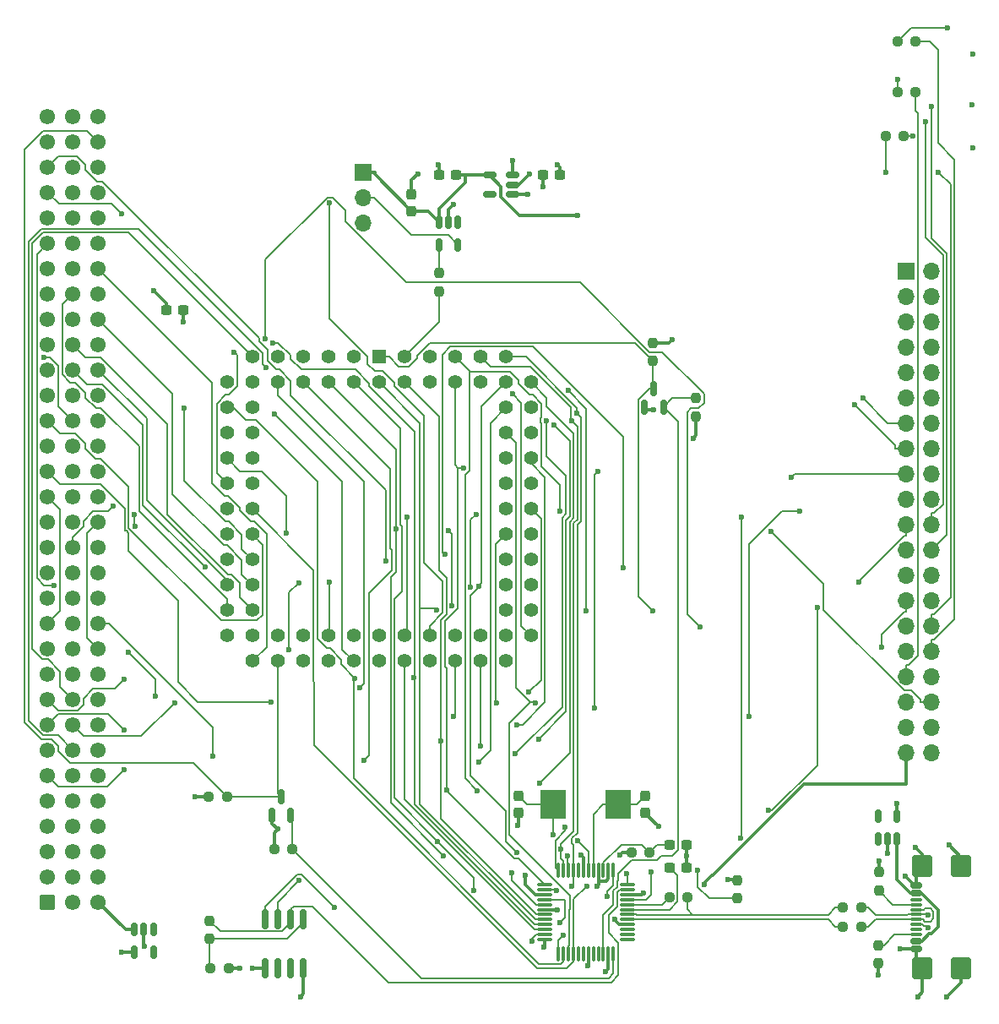
<source format=gbr>
%TF.GenerationSoftware,KiCad,Pcbnew,8.0.2*%
%TF.CreationDate,2024-06-15T19:42:01+02:00*%
%TF.ProjectId,interruptus,696e7465-7272-4757-9074-75732e6b6963,rev?*%
%TF.SameCoordinates,Original*%
%TF.FileFunction,Copper,L4,Bot*%
%TF.FilePolarity,Positive*%
%FSLAX46Y46*%
G04 Gerber Fmt 4.6, Leading zero omitted, Abs format (unit mm)*
G04 Created by KiCad (PCBNEW 8.0.2) date 2024-06-15 19:42:01*
%MOMM*%
%LPD*%
G01*
G04 APERTURE LIST*
G04 Aperture macros list*
%AMRoundRect*
0 Rectangle with rounded corners*
0 $1 Rounding radius*
0 $2 $3 $4 $5 $6 $7 $8 $9 X,Y pos of 4 corners*
0 Add a 4 corners polygon primitive as box body*
4,1,4,$2,$3,$4,$5,$6,$7,$8,$9,$2,$3,0*
0 Add four circle primitives for the rounded corners*
1,1,$1+$1,$2,$3*
1,1,$1+$1,$4,$5*
1,1,$1+$1,$6,$7*
1,1,$1+$1,$8,$9*
0 Add four rect primitives between the rounded corners*
20,1,$1+$1,$2,$3,$4,$5,0*
20,1,$1+$1,$4,$5,$6,$7,0*
20,1,$1+$1,$6,$7,$8,$9,0*
20,1,$1+$1,$8,$9,$2,$3,0*%
G04 Aperture macros list end*
%TA.AperFunction,SMDPad,CuDef*%
%ADD10RoundRect,0.237500X-0.237500X0.250000X-0.237500X-0.250000X0.237500X-0.250000X0.237500X0.250000X0*%
%TD*%
%TA.AperFunction,SMDPad,CuDef*%
%ADD11RoundRect,0.237500X-0.250000X-0.237500X0.250000X-0.237500X0.250000X0.237500X-0.250000X0.237500X0*%
%TD*%
%TA.AperFunction,SMDPad,CuDef*%
%ADD12RoundRect,0.237500X0.250000X0.237500X-0.250000X0.237500X-0.250000X-0.237500X0.250000X-0.237500X0*%
%TD*%
%TA.AperFunction,SMDPad,CuDef*%
%ADD13RoundRect,0.237500X0.237500X-0.250000X0.237500X0.250000X-0.237500X0.250000X-0.237500X-0.250000X0*%
%TD*%
%TA.AperFunction,ComponentPad*%
%ADD14R,1.700000X1.700000*%
%TD*%
%TA.AperFunction,ComponentPad*%
%ADD15O,1.700000X1.700000*%
%TD*%
%TA.AperFunction,ComponentPad*%
%ADD16R,1.422400X1.422400*%
%TD*%
%TA.AperFunction,ComponentPad*%
%ADD17C,1.422400*%
%TD*%
%TA.AperFunction,ComponentPad*%
%ADD18RoundRect,0.249999X0.525001X-0.525001X0.525001X0.525001X-0.525001X0.525001X-0.525001X-0.525001X0*%
%TD*%
%TA.AperFunction,ComponentPad*%
%ADD19C,1.550000*%
%TD*%
%TA.AperFunction,SMDPad,CuDef*%
%ADD20RoundRect,0.150000X-0.150000X0.512500X-0.150000X-0.512500X0.150000X-0.512500X0.150000X0.512500X0*%
%TD*%
%TA.AperFunction,SMDPad,CuDef*%
%ADD21RoundRect,0.150000X0.150000X-0.587500X0.150000X0.587500X-0.150000X0.587500X-0.150000X-0.587500X0*%
%TD*%
%TA.AperFunction,SMDPad,CuDef*%
%ADD22RoundRect,0.150000X0.512500X0.150000X-0.512500X0.150000X-0.512500X-0.150000X0.512500X-0.150000X0*%
%TD*%
%TA.AperFunction,SMDPad,CuDef*%
%ADD23RoundRect,0.237500X0.237500X-0.300000X0.237500X0.300000X-0.237500X0.300000X-0.237500X-0.300000X0*%
%TD*%
%TA.AperFunction,SMDPad,CuDef*%
%ADD24R,2.500000X3.000000*%
%TD*%
%TA.AperFunction,SMDPad,CuDef*%
%ADD25RoundRect,0.075000X0.662500X0.075000X-0.662500X0.075000X-0.662500X-0.075000X0.662500X-0.075000X0*%
%TD*%
%TA.AperFunction,SMDPad,CuDef*%
%ADD26RoundRect,0.075000X0.075000X0.662500X-0.075000X0.662500X-0.075000X-0.662500X0.075000X-0.662500X0*%
%TD*%
%TA.AperFunction,SMDPad,CuDef*%
%ADD27RoundRect,0.237500X0.300000X0.237500X-0.300000X0.237500X-0.300000X-0.237500X0.300000X-0.237500X0*%
%TD*%
%TA.AperFunction,SMDPad,CuDef*%
%ADD28RoundRect,0.150000X0.150000X-0.512500X0.150000X0.512500X-0.150000X0.512500X-0.150000X-0.512500X0*%
%TD*%
%TA.AperFunction,SMDPad,CuDef*%
%ADD29RoundRect,0.250000X-0.750000X0.840000X-0.750000X-0.840000X0.750000X-0.840000X0.750000X0.840000X0*%
%TD*%
%TA.AperFunction,SMDPad,CuDef*%
%ADD30RoundRect,0.075000X-0.500000X0.075000X-0.500000X-0.075000X0.500000X-0.075000X0.500000X0.075000X0*%
%TD*%
%TA.AperFunction,SMDPad,CuDef*%
%ADD31RoundRect,0.150000X-0.425000X0.150000X-0.425000X-0.150000X0.425000X-0.150000X0.425000X0.150000X0*%
%TD*%
%TA.AperFunction,SMDPad,CuDef*%
%ADD32RoundRect,0.150000X-0.150000X0.825000X-0.150000X-0.825000X0.150000X-0.825000X0.150000X0.825000X0*%
%TD*%
%TA.AperFunction,ViaPad*%
%ADD33C,0.600000*%
%TD*%
%TA.AperFunction,Conductor*%
%ADD34C,0.300000*%
%TD*%
%TA.AperFunction,Conductor*%
%ADD35C,0.200000*%
%TD*%
G04 APERTURE END LIST*
D10*
%TO.P,R17,1*%
%TO.N,+5V*%
X148666200Y-130913500D03*
%TO.P,R17,2*%
%TO.N,Net-(U4-~{RESET})*%
X148666200Y-132738500D03*
%TD*%
D11*
%TO.P,R16,1*%
%TO.N,Net-(U5-DO)*%
X95837500Y-139750000D03*
%TO.P,R16,2*%
%TO.N,+5V*%
X97662500Y-139750000D03*
%TD*%
D10*
%TO.P,R15,1*%
%TO.N,Net-(U4-EEDATA)*%
X95758000Y-134977500D03*
%TO.P,R15,2*%
%TO.N,Net-(U5-DO)*%
X95758000Y-136802500D03*
%TD*%
D11*
%TO.P,R14,1*%
%TO.N,/I{slash}O{slash}GCLK3*%
X163525200Y-56311800D03*
%TO.P,R14,2*%
%TO.N,Net-(D3-A)*%
X165350200Y-56311800D03*
%TD*%
D12*
%TO.P,R13,1*%
%TO.N,/I{slash}O{slash}PD1*%
X166520500Y-51888000D03*
%TO.P,R13,2*%
%TO.N,Net-(D2-A)*%
X164695500Y-51888000D03*
%TD*%
%TO.P,R12,1*%
%TO.N,/I{slash}O{slash}PD2*%
X166520500Y-46888000D03*
%TO.P,R12,2*%
%TO.N,Net-(D1-A)*%
X164695500Y-46888000D03*
%TD*%
D11*
%TO.P,R11,1*%
%TO.N,+5V*%
X138025500Y-128119500D03*
%TO.P,R11,2*%
%TO.N,Net-(U4-AVCC)*%
X139850500Y-128119500D03*
%TD*%
%TO.P,R10,1*%
%TO.N,Net-(U4-~{RSTOUT})*%
X141835500Y-132588000D03*
%TO.P,R10,2*%
%TO.N,/JTAG-Interface/FTDI_USB_DATA+*%
X143660500Y-132588000D03*
%TD*%
%TO.P,R9,2*%
%TO.N,/JTAG-Interface/USB_DATA+*%
X161054100Y-133631000D03*
%TO.P,R9,1*%
%TO.N,/JTAG-Interface/FTDI_USB_DATA+*%
X159229100Y-133631000D03*
%TD*%
%TO.P,R8,2*%
%TO.N,/JTAG-Interface/USB_DATA-*%
X161054100Y-135551000D03*
%TO.P,R8,1*%
%TO.N,/JTAG-Interface/FTDI_USB_DATA-*%
X159229100Y-135551000D03*
%TD*%
D13*
%TO.P,R7,1*%
%TO.N,GND*%
X162814000Y-139224500D03*
%TO.P,R7,2*%
%TO.N,Net-(J3-CC2)*%
X162814000Y-137399500D03*
%TD*%
D10*
%TO.P,R6,1*%
%TO.N,GND*%
X162839400Y-130100700D03*
%TO.P,R6,2*%
%TO.N,Net-(J3-CC1)*%
X162839400Y-131925700D03*
%TD*%
%TO.P,R5,1*%
%TO.N,Net-(U2-OUT)*%
X118750000Y-70087500D03*
%TO.P,R5,2*%
%TO.N,/GCLK1*%
X118750000Y-71912500D03*
%TD*%
D12*
%TO.P,R4,1*%
%TO.N,/RESET_FTDI*%
X104036500Y-127762000D03*
%TO.P,R4,2*%
%TO.N,GND*%
X102211500Y-127762000D03*
%TD*%
D10*
%TO.P,R3,1*%
%TO.N,/GCLR_FTDI*%
X144526000Y-82587500D03*
%TO.P,R3,2*%
%TO.N,GND*%
X144526000Y-84412500D03*
%TD*%
D11*
%TO.P,R2,1*%
%TO.N,+5V*%
X95658300Y-122555000D03*
%TO.P,R2,2*%
%TO.N,/B_{slash}RESET*%
X97483300Y-122555000D03*
%TD*%
D10*
%TO.P,R1,1*%
%TO.N,+5V*%
X140208000Y-77065500D03*
%TO.P,R1,2*%
%TO.N,/I{slash}GCLR*%
X140208000Y-78890500D03*
%TD*%
D14*
%TO.P,J4,1,Pin_1*%
%TO.N,+3.3V*%
X165608000Y-69850000D03*
D15*
%TO.P,J4,2,Pin_2*%
%TO.N,GND*%
X168148000Y-69850000D03*
%TO.P,J4,3,Pin_3*%
%TO.N,+5V*%
X165608000Y-72390000D03*
%TO.P,J4,4,Pin_4*%
%TO.N,B_A0*%
X168148000Y-72390000D03*
%TO.P,J4,5,Pin_5*%
%TO.N,B_A1*%
X165608000Y-74930000D03*
%TO.P,J4,6,Pin_6*%
%TO.N,B_A2*%
X168148000Y-74930000D03*
%TO.P,J4,7,Pin_7*%
%TO.N,B_A3*%
X165608000Y-77470000D03*
%TO.P,J4,8,Pin_8*%
%TO.N,B_A4*%
X168148000Y-77470000D03*
%TO.P,J4,9,Pin_9*%
%TO.N,B_A5*%
X165608000Y-80010000D03*
%TO.P,J4,10,Pin_10*%
%TO.N,B_A6*%
X168148000Y-80010000D03*
%TO.P,J4,11,Pin_11*%
%TO.N,B_A7*%
X165608000Y-82550000D03*
%TO.P,J4,12,Pin_12*%
%TO.N,B_A8*%
X168148000Y-82550000D03*
%TO.P,J4,13,Pin_13*%
%TO.N,B_D0*%
X165608000Y-85090000D03*
%TO.P,J4,14,Pin_14*%
%TO.N,B_D1*%
X168148000Y-85090000D03*
%TO.P,J4,15,Pin_15*%
%TO.N,B_D2*%
X165608000Y-87630000D03*
%TO.P,J4,16,Pin_16*%
%TO.N,B_D3*%
X168148000Y-87630000D03*
%TO.P,J4,17,Pin_17*%
%TO.N,B_D4*%
X165608000Y-90170000D03*
%TO.P,J4,18,Pin_18*%
%TO.N,B_D5*%
X168148000Y-90170000D03*
%TO.P,J4,19,Pin_19*%
%TO.N,B_D6*%
X165608000Y-92710000D03*
%TO.P,J4,20,Pin_20*%
%TO.N,B_D7*%
X168148000Y-92710000D03*
%TO.P,J4,21,Pin_21*%
%TO.N,/B_{slash}WR*%
X165608000Y-95250000D03*
%TO.P,J4,22,Pin_22*%
%TO.N,/B_{slash}RD*%
X168148000Y-95250000D03*
%TO.P,J4,23,Pin_23*%
%TO.N,/B_{slash}IRQ0*%
X165608000Y-97790000D03*
%TO.P,J4,24,Pin_24*%
%TO.N,/B_{slash}IRQ1*%
X168148000Y-97790000D03*
%TO.P,J4,25,Pin_25*%
%TO.N,/B_{slash}IRQ2*%
X165608000Y-100330000D03*
%TO.P,J4,26,Pin_26*%
%TO.N,/B_{slash}IRQ3*%
X168148000Y-100330000D03*
%TO.P,J4,27,Pin_27*%
%TO.N,/B_{slash}IRQ4*%
X165608000Y-102870000D03*
%TO.P,J4,28,Pin_28*%
%TO.N,/I{slash}OE1*%
X168148000Y-102870000D03*
%TO.P,J4,29,Pin_29*%
%TO.N,/I{slash}GCLR*%
X165608000Y-105410000D03*
%TO.P,J4,30,Pin_30*%
%TO.N,/I{slash}O{slash}GCLK3*%
X168148000Y-105410000D03*
%TO.P,J4,31,Pin_31*%
%TO.N,/I{slash}OE2{slash}GCLK2*%
X165608000Y-107950000D03*
%TO.P,J4,32,Pin_32*%
%TO.N,/I{slash}O{slash}PD2*%
X168148000Y-107950000D03*
%TO.P,J4,33,Pin_33*%
%TO.N,/I{slash}O{slash}PD1*%
X165608000Y-110490000D03*
%TO.P,J4,34,Pin_34*%
%TO.N,/TDI*%
X168148000Y-110490000D03*
%TO.P,J4,35,Pin_35*%
%TO.N,/TDO*%
X165608000Y-113030000D03*
%TO.P,J4,36,Pin_36*%
%TO.N,/TCK*%
X168148000Y-113030000D03*
%TO.P,J4,37,Pin_37*%
%TO.N,/TMS*%
X165608000Y-115570000D03*
%TO.P,J4,38,Pin_38*%
%TO.N,GND*%
X168148000Y-115570000D03*
%TO.P,J4,39,Pin_39*%
%TO.N,B_VCC*%
X165608000Y-118110000D03*
%TO.P,J4,40,Pin_40*%
%TO.N,GND*%
X168148000Y-118110000D03*
%TD*%
D16*
%TO.P,U1,1,INPUT/GCLR*%
%TO.N,/I{slash}GCLR*%
X112740000Y-78460000D03*
D17*
%TO.P,U1,2,INPUT/OE2/GCLK2*%
%TO.N,/I{slash}OE2{slash}GCLK2*%
X112740000Y-81000000D03*
%TO.P,U1,3,VCCINT_1*%
%TO.N,+5V*%
X110200000Y-78460000D03*
%TO.P,U1,4,I/O_1*%
%TO.N,B_D5*%
X110200000Y-81000000D03*
%TO.P,U1,5,I/O_2*%
%TO.N,B_D6*%
X107660000Y-78460000D03*
%TO.P,U1,6,I/O_3*%
%TO.N,B_D7*%
X107660000Y-81000000D03*
%TO.P,U1,7,GND_1*%
%TO.N,GND*%
X105120000Y-78460000D03*
%TO.P,U1,8,I/O_4*%
%TO.N,B_D8*%
X105120000Y-81000000D03*
%TO.P,U1,9,I/O_5*%
%TO.N,B_D9*%
X102580000Y-78460000D03*
%TO.P,U1,10,I/O_6*%
%TO.N,B_D10*%
X102580000Y-81000000D03*
%TO.P,U1,11,I/O_7*%
%TO.N,B_D11*%
X100040000Y-78460000D03*
%TO.P,U1,12,I/O/PD1*%
%TO.N,/I{slash}O{slash}PD1*%
X97500000Y-81000000D03*
%TO.P,U1,13,VCCIO_1*%
%TO.N,+5V*%
X100040000Y-81000000D03*
%TO.P,U1,14,I/O/TDI*%
%TO.N,/TDI*%
X97500000Y-83540000D03*
%TO.P,U1,15,I/O_8*%
%TO.N,/B_{slash}IRQ0*%
X100040000Y-83540000D03*
%TO.P,U1,16,I/O_9*%
%TO.N,/B_{slash}IRQ1*%
X97500000Y-86080000D03*
%TO.P,U1,17,I/O_10*%
%TO.N,/B_{slash}IRQ2*%
X100040000Y-86080000D03*
%TO.P,U1,18,I/O_11*%
%TO.N,/B_{slash}IRQ3*%
X97500000Y-88620000D03*
%TO.P,U1,19,GND_2*%
%TO.N,GND*%
X100040000Y-88620000D03*
%TO.P,U1,20,I/O_12*%
%TO.N,/B_{slash}IRQ4*%
X97500000Y-91160000D03*
%TO.P,U1,21,I/O_13*%
%TO.N,/B_{slash}IRQ5*%
X100040000Y-91160000D03*
%TO.P,U1,22,I/O_14*%
%TO.N,/B_{slash}IRQ6*%
X97500000Y-93700000D03*
%TO.P,U1,23,I/O/TMS*%
%TO.N,/TMS*%
X100040000Y-93700000D03*
%TO.P,U1,24,I/O_15*%
%TO.N,/B_{slash}IRQ7*%
X97500000Y-96240000D03*
%TO.P,U1,25,I/O_16*%
%TO.N,/B_{slash}M1*%
X100040000Y-96240000D03*
%TO.P,U1,26,VCCIO_2*%
%TO.N,+5V*%
X97500000Y-98780000D03*
%TO.P,U1,27,I/O_17*%
%TO.N,/B_{slash}INT*%
X100040000Y-98780000D03*
%TO.P,U1,28,I/O_18*%
%TO.N,/B_{slash}WR*%
X97500000Y-101320000D03*
%TO.P,U1,29,I/O_19*%
%TO.N,/B_{slash}RD*%
X100040000Y-101320000D03*
%TO.P,U1,30,I/O_20*%
%TO.N,/B_{slash}INTA*%
X97500000Y-103860000D03*
%TO.P,U1,31,I/O_21*%
%TO.N,/B_{slash}DREQ*%
X100040000Y-103860000D03*
%TO.P,U1,32,GND_3*%
%TO.N,GND*%
X97500000Y-106400000D03*
%TO.P,U1,33,I/O_22*%
%TO.N,/B_{slash}RESOUT*%
X100040000Y-108940000D03*
%TO.P,U1,34,I/O_23*%
%TO.N,/B_{slash}IORQ*%
X100040000Y-106400000D03*
%TO.P,U1,35,I/O_24*%
%TO.N,/B_{slash}RESET*%
X102580000Y-108940000D03*
%TO.P,U1,36,I/O_25*%
%TO.N,B_D13*%
X102580000Y-106400000D03*
%TO.P,U1,37,I/O_26*%
%TO.N,B_D14*%
X105120000Y-108940000D03*
%TO.P,U1,38,VCCIO_3*%
%TO.N,+5V*%
X105120000Y-106400000D03*
%TO.P,U1,39,I/O_27*%
%TO.N,B_D15*%
X107660000Y-108940000D03*
%TO.P,U1,40,I/O_28*%
%TO.N,B_ {slash} SXTAK*%
X107660000Y-106400000D03*
%TO.P,U1,41,I/O_29*%
%TO.N,B_ {slash} SXTRQ*%
X110200000Y-108940000D03*
%TO.P,U1,42,GND_4*%
%TO.N,GND*%
X110200000Y-106400000D03*
%TO.P,U1,43,VCCINT_2*%
%TO.N,+5V*%
X112740000Y-108940000D03*
%TO.P,U1,44,I/O_30*%
%TO.N,B_D12*%
X112740000Y-106400000D03*
%TO.P,U1,45,I/O/PD2*%
%TO.N,/I{slash}O{slash}PD2*%
X115280000Y-108940000D03*
%TO.P,U1,46,I/O_31*%
%TO.N,B_ {slash} DS0*%
X115280000Y-106400000D03*
%TO.P,U1,47,GND_5*%
%TO.N,GND*%
X117820000Y-108940000D03*
%TO.P,U1,48,I/O_32*%
%TO.N,B_ {slash} DS1*%
X117820000Y-106400000D03*
%TO.P,U1,49,I/O_33*%
%TO.N,B_A19*%
X120360000Y-108940000D03*
%TO.P,U1,50,I/O_34*%
%TO.N,B_A18*%
X120360000Y-106400000D03*
%TO.P,U1,51,I/O_35*%
%TO.N,B_A17*%
X122900000Y-108940000D03*
%TO.P,U1,52,I/O_36*%
%TO.N,B_A16*%
X122900000Y-106400000D03*
%TO.P,U1,53,VCCIO_4*%
%TO.N,+5V*%
X125440000Y-108940000D03*
%TO.P,U1,54,I/O_37*%
%TO.N,B_A15*%
X127980000Y-106400000D03*
%TO.P,U1,55,I/O_38*%
%TO.N,B_A14*%
X125440000Y-106400000D03*
%TO.P,U1,56,I/O_39*%
%TO.N,B_A13*%
X127980000Y-103860000D03*
%TO.P,U1,57,I/O_40*%
%TO.N,B_A12*%
X125440000Y-103860000D03*
%TO.P,U1,58,I/O_41*%
%TO.N,B_A11*%
X127980000Y-101320000D03*
%TO.P,U1,59,GND_6*%
%TO.N,GND*%
X125440000Y-101320000D03*
%TO.P,U1,60,I/O_42*%
%TO.N,B_A10*%
X127980000Y-98780000D03*
%TO.P,U1,61,I/O_43*%
%TO.N,B_A9*%
X125440000Y-98780000D03*
%TO.P,U1,62,I/O/TCK*%
%TO.N,/TCK*%
X127980000Y-96240000D03*
%TO.P,U1,63,I/O_44*%
%TO.N,B_A8*%
X125440000Y-96240000D03*
%TO.P,U1,64,I/O_45*%
%TO.N,B_A7*%
X127980000Y-93700000D03*
%TO.P,U1,65,I/O_46*%
%TO.N,B_A6*%
X125440000Y-93700000D03*
%TO.P,U1,66,VCCIO_5*%
%TO.N,+5V*%
X127980000Y-91160000D03*
%TO.P,U1,67,I/O_47*%
%TO.N,B_A5*%
X125440000Y-91160000D03*
%TO.P,U1,68,I/O_48*%
%TO.N,B_A4*%
X127980000Y-88620000D03*
%TO.P,U1,69,I/O_49*%
%TO.N,B_A3*%
X125440000Y-88620000D03*
%TO.P,U1,70,I/O_50*%
%TO.N,B_A2*%
X127980000Y-86080000D03*
%TO.P,U1,71,I/O/TDO*%
%TO.N,/TDO*%
X125440000Y-86080000D03*
%TO.P,U1,72,GND_7*%
%TO.N,GND*%
X127980000Y-83540000D03*
%TO.P,U1,73,I/O_51*%
%TO.N,B_A1*%
X125440000Y-83540000D03*
%TO.P,U1,74,I/O_52*%
%TO.N,B_A0*%
X127980000Y-81000000D03*
%TO.P,U1,75,I/O_53*%
%TO.N,B_D0*%
X125440000Y-78460000D03*
%TO.P,U1,76,I/O_54*%
%TO.N,B_D1*%
X125440000Y-81000000D03*
%TO.P,U1,77,I/O_55*%
%TO.N,B_D2*%
X122900000Y-78460000D03*
%TO.P,U1,78,VCCIO_6*%
%TO.N,+5V*%
X122900000Y-81000000D03*
%TO.P,U1,79,I/O_56*%
%TO.N,B_D3*%
X120360000Y-78460000D03*
%TO.P,U1,80,I/O_57*%
%TO.N,B_D4*%
X120360000Y-81000000D03*
%TO.P,U1,81,I/O/GCLK3*%
%TO.N,/I{slash}O{slash}GCLK3*%
X117820000Y-78460000D03*
%TO.P,U1,82,GND_8*%
%TO.N,GND*%
X117820000Y-81000000D03*
%TO.P,U1,83,INPUT/GCLK1*%
%TO.N,/GCLK1*%
X115280000Y-78460000D03*
%TO.P,U1,84,INPUT/OE1*%
%TO.N,/I{slash}OE1*%
X115280000Y-81000000D03*
%TD*%
D18*
%TO.P,P1,a1,1A*%
%TO.N,B_VCC*%
X79500000Y-133120000D03*
D19*
%TO.P,P1,a2,2A*%
%TO.N,B_D5*%
X79500000Y-130580000D03*
%TO.P,P1,a3,3A*%
%TO.N,B_D6*%
X79500000Y-128040000D03*
%TO.P,P1,a4,4A*%
%TO.N,B_D3*%
X79500000Y-125500000D03*
%TO.P,P1,a5,5A*%
%TO.N,B_D4*%
X79500000Y-122960000D03*
%TO.P,P1,a6,6A*%
%TO.N,B_A2*%
X79500000Y-120420000D03*
%TO.P,P1,a7,7A*%
%TO.N,B_A4*%
X79500000Y-117880000D03*
%TO.P,P1,a8,8A*%
%TO.N,B_A5*%
X79500000Y-115340000D03*
%TO.P,P1,a9,9A*%
%TO.N,B_A6*%
X79500000Y-112800000D03*
%TO.P,P1,a10,10A*%
%TO.N,unconnected-(P1-10A-Pada10)*%
X79500000Y-110260000D03*
%TO.P,P1,a11,11A*%
%TO.N,unconnected-(P1-11A-Pada11)*%
X79500000Y-107720000D03*
%TO.P,P1,a12,12A*%
%TO.N,/BAI{slash}O*%
X79500000Y-105180000D03*
%TO.P,P1,a13,13A*%
%TO.N,unconnected-(P1-13A-Pada13)*%
X79500000Y-102640000D03*
%TO.P,P1,a14,14A*%
%TO.N,B_A19*%
X79500000Y-100100000D03*
%TO.P,P1,a15,15A*%
%TO.N,unconnected-(P1-15A-Pada15)*%
X79500000Y-97560000D03*
%TO.P,P1,a16,16A*%
%TO.N,unconnected-(P1-16A-Pada16)*%
X79500000Y-95020000D03*
%TO.P,P1,a17,17A*%
%TO.N,/BAI{slash}O*%
X79500000Y-92480000D03*
%TO.P,P1,a18,18A*%
%TO.N,B_A14*%
X79500000Y-89940000D03*
%TO.P,P1,a19,19A*%
%TO.N,unconnected-(P1-19A-Pada19)*%
X79500000Y-87400000D03*
%TO.P,P1,a20,20A*%
%TO.N,/B_{slash}M1*%
X79500000Y-84860000D03*
%TO.P,P1,a21,21A*%
%TO.N,unconnected-(P1-21A-Pada21)*%
X79500000Y-82320000D03*
%TO.P,P1,a22,22A*%
%TO.N,unconnected-(P1-22A-Pada22)*%
X79500000Y-79780000D03*
%TO.P,P1,a23,23A*%
%TO.N,unconnected-(P1-23A-Pada23)*%
X79500000Y-77240000D03*
%TO.P,P1,a24,24A*%
%TO.N,/B_VBAT*%
X79500000Y-74700000D03*
%TO.P,P1,a25,25A*%
%TO.N,unconnected-(P1-25A-Pada25)*%
X79500000Y-72160000D03*
%TO.P,P1,a26,26A*%
%TO.N,unconnected-(P1-26A-Pada26)*%
X79500000Y-69620000D03*
%TO.P,P1,a27,27A*%
%TO.N,/B_{slash}IORQ*%
X79500000Y-67080000D03*
%TO.P,P1,a28,28A*%
%TO.N,B_A15*%
X79500000Y-64540000D03*
%TO.P,P1,a29,29A*%
%TO.N,B_A13*%
X79500000Y-62000000D03*
%TO.P,P1,a30,30A*%
%TO.N,B_A9*%
X79500000Y-59460000D03*
%TO.P,P1,a31,31A*%
%TO.N,unconnected-(P1-31A-Pada31)*%
X79500000Y-56920000D03*
%TO.P,P1,a32,32A*%
%TO.N,GND*%
X79500000Y-54380000D03*
%TO.P,P1,b1,1B*%
%TO.N,B_VCC*%
X82040000Y-133120000D03*
%TO.P,P1,b2,2B*%
%TO.N,unconnected-(P1-2B-Padb2)*%
X82040000Y-130580000D03*
%TO.P,P1,b3,3B*%
%TO.N,unconnected-(P1-3B-Padb3)*%
X82040000Y-128040000D03*
%TO.P,P1,b4,4B*%
%TO.N,unconnected-(P1-4B-Padb4)*%
X82040000Y-125500000D03*
%TO.P,P1,b5,5B*%
%TO.N,unconnected-(P1-5B-Padb5)*%
X82040000Y-122960000D03*
%TO.P,P1,b6,6B*%
%TO.N,B_D8*%
X82040000Y-120420000D03*
%TO.P,P1,b7,7B*%
%TO.N,B_D9*%
X82040000Y-117880000D03*
%TO.P,P1,b8,8B*%
%TO.N,B_D10*%
X82040000Y-115340000D03*
%TO.P,P1,b9,9B*%
%TO.N,B_D11*%
X82040000Y-112800000D03*
%TO.P,P1,b10,10B*%
%TO.N,B_D12*%
X82040000Y-110260000D03*
%TO.P,P1,b11,11B*%
%TO.N,B_D13*%
X82040000Y-107720000D03*
%TO.P,P1,b12,12B*%
%TO.N,B_D14*%
X82040000Y-105180000D03*
%TO.P,P1,b13,13B*%
%TO.N,B_D15*%
X82040000Y-102640000D03*
%TO.P,P1,b14,14B*%
%TO.N,/B_{slash}IRQ7*%
X82040000Y-100100000D03*
%TO.P,P1,b15,15B*%
%TO.N,/B_{slash}IRQ6*%
X82040000Y-97560000D03*
%TO.P,P1,b16,16B*%
%TO.N,/B_{slash}IRQ5*%
X82040000Y-95020000D03*
%TO.P,P1,b17,17B*%
%TO.N,/B_{slash}IRQ4*%
X82040000Y-92480000D03*
%TO.P,P1,b18,18B*%
%TO.N,/B_{slash}IRQ3*%
X82040000Y-89940000D03*
%TO.P,P1,b19,19B*%
%TO.N,/B_{slash}IRQ2*%
X82040000Y-87400000D03*
%TO.P,P1,b20,20B*%
%TO.N,/B_{slash}IRQ1*%
X82040000Y-84860000D03*
%TO.P,P1,b21,21B*%
%TO.N,/B_{slash}IRQ0*%
X82040000Y-82320000D03*
%TO.P,P1,b22,22B*%
%TO.N,B_ {slash} SXTAK*%
X82040000Y-79780000D03*
%TO.P,P1,b23,23B*%
%TO.N,/B_{slash}DREQ*%
X82040000Y-77240000D03*
%TO.P,P1,b24,24B*%
%TO.N,B_ {slash} SXTRQ*%
X82040000Y-74700000D03*
%TO.P,P1,b25,25B*%
%TO.N,/B_{slash}INTA*%
X82040000Y-72160000D03*
%TO.P,P1,b26,26B*%
%TO.N,unconnected-(P1-26B-Padb26)*%
X82040000Y-69620000D03*
%TO.P,P1,b27,27B*%
%TO.N,unconnected-(P1-27B-Padb27)*%
X82040000Y-67080000D03*
%TO.P,P1,b28,28B*%
%TO.N,B_ {slash} DS0*%
X82040000Y-64540000D03*
%TO.P,P1,b29,29B*%
%TO.N,B_ {slash} DS1*%
X82040000Y-62000000D03*
%TO.P,P1,b30,30B*%
%TO.N,unconnected-(P1-30B-Padb30)*%
X82040000Y-59460000D03*
%TO.P,P1,b31,31B*%
%TO.N,unconnected-(P1-31B-Padb31)*%
X82040000Y-56920000D03*
%TO.P,P1,b32,32B*%
%TO.N,GND*%
X82040000Y-54380000D03*
%TO.P,P1,c1,1C*%
%TO.N,B_VCC*%
X84580000Y-133120000D03*
%TO.P,P1,c2,2C*%
%TO.N,B_D0*%
X84580000Y-130580000D03*
%TO.P,P1,c3,3C*%
%TO.N,B_D7*%
X84580000Y-128040000D03*
%TO.P,P1,c4,4C*%
%TO.N,B_D2*%
X84580000Y-125500000D03*
%TO.P,P1,c5,5C*%
%TO.N,B_A0*%
X84580000Y-122960000D03*
%TO.P,P1,c6,6C*%
%TO.N,B_A3*%
X84580000Y-120420000D03*
%TO.P,P1,c7,7C*%
%TO.N,B_A1*%
X84580000Y-117880000D03*
%TO.P,P1,c8,8C*%
%TO.N,B_A8*%
X84580000Y-115340000D03*
%TO.P,P1,c9,9C*%
%TO.N,B_A7*%
X84580000Y-112800000D03*
%TO.P,P1,c10,10C*%
%TO.N,B_A16*%
X84580000Y-110260000D03*
%TO.P,P1,c11,11C*%
%TO.N,/IEI{slash}O*%
X84580000Y-107720000D03*
%TO.P,P1,c12,12C*%
%TO.N,B_A17*%
X84580000Y-105180000D03*
%TO.P,P1,c13,13C*%
%TO.N,B_A18*%
X84580000Y-102640000D03*
%TO.P,P1,c14,14C*%
%TO.N,B_D1*%
X84580000Y-100100000D03*
%TO.P,P1,c15,15C*%
%TO.N,unconnected-(P1-15C-Padc15)*%
X84580000Y-97560000D03*
%TO.P,P1,c16,16C*%
%TO.N,/IEI{slash}O*%
X84580000Y-95020000D03*
%TO.P,P1,c17,17C*%
%TO.N,B_A11*%
X84580000Y-92480000D03*
%TO.P,P1,c18,18C*%
%TO.N,B_A10*%
X84580000Y-89940000D03*
%TO.P,P1,c19,19C*%
%TO.N,unconnected-(P1-19C-Padc19)*%
X84580000Y-87400000D03*
%TO.P,P1,c20,20C*%
%TO.N,unconnected-(P1-20C-Padc20)*%
X84580000Y-84860000D03*
%TO.P,P1,c21,21C*%
%TO.N,/B_{slash}INT*%
X84580000Y-82320000D03*
%TO.P,P1,c22,22C*%
%TO.N,/B_{slash}WR*%
X84580000Y-79780000D03*
%TO.P,P1,c23,23C*%
%TO.N,unconnected-(P1-23C-Padc23)*%
X84580000Y-77240000D03*
%TO.P,P1,c24,24C*%
%TO.N,/B_{slash}RD*%
X84580000Y-74700000D03*
%TO.P,P1,c25,25C*%
%TO.N,unconnected-(P1-25C-Padc25)*%
X84580000Y-72160000D03*
%TO.P,P1,c26,26C*%
%TO.N,/B_{slash}RESOUT*%
X84580000Y-69620000D03*
%TO.P,P1,c27,27C*%
%TO.N,B_A12*%
X84580000Y-67080000D03*
%TO.P,P1,c28,28C*%
%TO.N,unconnected-(P1-28C-Padc28)*%
X84580000Y-64540000D03*
%TO.P,P1,c29,29C*%
%TO.N,unconnected-(P1-29C-Padc29)*%
X84580000Y-62000000D03*
%TO.P,P1,c30,30C*%
%TO.N,unconnected-(P1-30C-Padc30)*%
X84580000Y-59460000D03*
%TO.P,P1,c31,31C*%
%TO.N,/B_{slash}RESET*%
X84580000Y-56920000D03*
%TO.P,P1,c32,32C*%
%TO.N,GND*%
X84580000Y-54380000D03*
%TD*%
D14*
%TO.P,J1,1,Pin_1*%
%TO.N,+3.3V*%
X111137500Y-60010000D03*
D15*
%TO.P,J1,2,Pin_2*%
%TO.N,Net-(J1-Pin_2)*%
X111137500Y-62550000D03*
%TO.P,J1,3,Pin_3*%
%TO.N,GND*%
X111137500Y-65090000D03*
%TD*%
D20*
%TO.P,U2,1,VDD*%
%TO.N,+3.3V*%
X118750000Y-64975000D03*
%TO.P,U2,2,GND*%
%TO.N,GND*%
X119700000Y-64975000D03*
%TO.P,U2,3,OE*%
%TO.N,unconnected-(U2-OE-Pad3)*%
X120650000Y-64975000D03*
%TO.P,U2,4,DIV*%
%TO.N,Net-(J1-Pin_2)*%
X120650000Y-67250000D03*
%TO.P,U2,5,OUT*%
%TO.N,Net-(U2-OUT)*%
X118750000Y-67250000D03*
%TD*%
D21*
%TO.P,Q1,1,G*%
%TO.N,/GCLR_FTDI*%
X141250000Y-83500000D03*
%TO.P,Q1,2,S*%
%TO.N,GND*%
X139350000Y-83500000D03*
%TO.P,Q1,3,D*%
%TO.N,/I{slash}GCLR*%
X140300000Y-81625000D03*
%TD*%
D20*
%TO.P,U6,1,VDD*%
%TO.N,B_VCC*%
X88204000Y-135862500D03*
%TO.P,U6,2,GND*%
%TO.N,GND*%
X89154000Y-135862500D03*
%TO.P,U6,3,EN*%
%TO.N,unconnected-(U6-EN-Pad3)*%
X90104000Y-135862500D03*
%TO.P,U6,4,NC*%
%TO.N,unconnected-(U6-NC-Pad4)*%
X90104000Y-138137500D03*
%TO.P,U6,5,OUT*%
%TO.N,+5V*%
X88204000Y-138137500D03*
%TD*%
D22*
%TO.P,U3,1,INPUT*%
%TO.N,+5V*%
X126105500Y-60264000D03*
%TO.P,U3,2,GND*%
%TO.N,GND*%
X126105500Y-61214000D03*
%TO.P,U3,3,ENABLE*%
%TO.N,+5V*%
X126105500Y-62164000D03*
%TO.P,U3,4*%
%TO.N,N/C*%
X123830500Y-62164000D03*
%TO.P,U3,5,OUT*%
%TO.N,+3.3V*%
X123830500Y-60264000D03*
%TD*%
D23*
%TO.P,C5,1*%
%TO.N,GND*%
X126746000Y-124185000D03*
%TO.P,C5,2*%
%TO.N,Net-(U4-XTIN)*%
X126746000Y-122460000D03*
%TD*%
D24*
%TO.P,Y1,1,1*%
%TO.N,Net-(U4-XTIN)*%
X130228000Y-123322500D03*
%TO.P,Y1,2,2*%
%TO.N,Net-(U4-XTOUT)*%
X136728000Y-123322500D03*
%TD*%
D23*
%TO.P,C3,1*%
%TO.N,+3.3V*%
X116000000Y-63862500D03*
%TO.P,C3,2*%
%TO.N,GND*%
X116000000Y-62137500D03*
%TD*%
D25*
%TO.P,U4,1,EECLK*%
%TO.N,Net-(U4-EECLK)*%
X137640500Y-131345500D03*
%TO.P,U4,2,EEDATA*%
%TO.N,Net-(U4-EEDATA)*%
X137640500Y-131845500D03*
%TO.P,U4,3,VCC*%
%TO.N,+5V*%
X137640500Y-132345500D03*
%TO.P,U4,4,~{RESET}*%
%TO.N,Net-(U4-~{RESET})*%
X137640500Y-132845500D03*
%TO.P,U4,5,~{RSTOUT}*%
%TO.N,Net-(U4-~{RSTOUT})*%
X137640500Y-133345500D03*
%TO.P,U4,6,3V3OUT*%
%TO.N,Net-(U4-3V3OUT)*%
X137640500Y-133845500D03*
%TO.P,U4,7,USBDP*%
%TO.N,/JTAG-Interface/FTDI_USB_DATA+*%
X137640500Y-134345500D03*
%TO.P,U4,8,USBDM*%
%TO.N,/JTAG-Interface/FTDI_USB_DATA-*%
X137640500Y-134845500D03*
%TO.P,U4,9,GND*%
%TO.N,GND*%
X137640500Y-135345500D03*
%TO.P,U4,10,SI/WUA*%
%TO.N,unconnected-(U4-SI{slash}WUA-Pad10)*%
X137640500Y-135845500D03*
%TO.P,U4,11,ACBUS3*%
%TO.N,unconnected-(U4-ACBUS3-Pad11)*%
X137640500Y-136345500D03*
%TO.P,U4,12,ACBUS2*%
%TO.N,unconnected-(U4-ACBUS2-Pad12)*%
X137640500Y-136845500D03*
D26*
%TO.P,U4,13,ACBUS1*%
%TO.N,/RESET_FTDI*%
X136228000Y-138258000D03*
%TO.P,U4,14,VCCIOA*%
%TO.N,+5V*%
X135728000Y-138258000D03*
%TO.P,U4,15,ACBUS0*%
%TO.N,/GCLR_FTDI*%
X135228000Y-138258000D03*
%TO.P,U4,16,ADBUS7*%
%TO.N,unconnected-(U4-ADBUS7-Pad16)*%
X134728000Y-138258000D03*
%TO.P,U4,17,ADBUS6*%
%TO.N,unconnected-(U4-ADBUS6-Pad17)*%
X134228000Y-138258000D03*
%TO.P,U4,18,GND*%
%TO.N,GND*%
X133728000Y-138258000D03*
%TO.P,U4,19,ADBUS5*%
%TO.N,unconnected-(U4-ADBUS5-Pad19)*%
X133228000Y-138258000D03*
%TO.P,U4,20,ADBUS4*%
%TO.N,unconnected-(U4-ADBUS4-Pad20)*%
X132728000Y-138258000D03*
%TO.P,U4,21,ADBUS3*%
%TO.N,/TMS*%
X132228000Y-138258000D03*
%TO.P,U4,22,ADBUS2*%
%TO.N,/TDO*%
X131728000Y-138258000D03*
%TO.P,U4,23,ADBUS1*%
%TO.N,/TDI*%
X131228000Y-138258000D03*
%TO.P,U4,24,ADBUS0*%
%TO.N,/TCK*%
X130728000Y-138258000D03*
D25*
%TO.P,U4,25,GND*%
%TO.N,GND*%
X129315500Y-136845500D03*
%TO.P,U4,26,SI/WUB*%
%TO.N,/I{slash}O{slash}GCLK3*%
X129315500Y-136345500D03*
%TO.P,U4,27,BCBUS3*%
%TO.N,/I{slash}O{slash}PD2*%
X129315500Y-135845500D03*
%TO.P,U4,28,BCBUS2*%
%TO.N,/I{slash}O{slash}PD1*%
X129315500Y-135345500D03*
%TO.P,U4,29,BCBUS1*%
%TO.N,/I{slash}OE2{slash}GCLK2*%
X129315500Y-134845500D03*
%TO.P,U4,30,BCBUS0*%
%TO.N,/I{slash}OE1*%
X129315500Y-134345500D03*
%TO.P,U4,31,VCCIOB*%
%TO.N,+5V*%
X129315500Y-133845500D03*
%TO.P,U4,32,BDBUS7*%
%TO.N,B_D7*%
X129315500Y-133345500D03*
%TO.P,U4,33,BDBUS6*%
%TO.N,B_D6*%
X129315500Y-132845500D03*
%TO.P,U4,34,GND*%
%TO.N,GND*%
X129315500Y-132345500D03*
%TO.P,U4,35,BDBUS5*%
%TO.N,B_D5*%
X129315500Y-131845500D03*
%TO.P,U4,36,BDBUS4*%
%TO.N,B_D4*%
X129315500Y-131345500D03*
D26*
%TO.P,U4,37,BDBUS3*%
%TO.N,B_D3*%
X130728000Y-129933000D03*
%TO.P,U4,38,BDBUS2*%
%TO.N,B_D2*%
X131228000Y-129933000D03*
%TO.P,U4,39,BDBUS1*%
%TO.N,B_D1*%
X131728000Y-129933000D03*
%TO.P,U4,40,BDBUS0*%
%TO.N,B_D0*%
X132228000Y-129933000D03*
%TO.P,U4,41,~{PWREN}*%
%TO.N,unconnected-(U4-~{PWREN}-Pad41)*%
X132728000Y-129933000D03*
%TO.P,U4,42,VCC*%
%TO.N,+5V*%
X133228000Y-129933000D03*
%TO.P,U4,43,XTIN*%
%TO.N,Net-(U4-XTIN)*%
X133728000Y-129933000D03*
%TO.P,U4,44,XTOUT*%
%TO.N,Net-(U4-XTOUT)*%
X134228000Y-129933000D03*
%TO.P,U4,45,AGND*%
%TO.N,GND*%
X134728000Y-129933000D03*
%TO.P,U4,46,AVCC*%
%TO.N,Net-(U4-AVCC)*%
X135228000Y-129933000D03*
%TO.P,U4,47,TEST*%
%TO.N,GND*%
X135728000Y-129933000D03*
%TO.P,U4,48,EECS*%
%TO.N,Net-(U4-EECS)*%
X136228000Y-129933000D03*
%TD*%
D27*
%TO.P,C1,1*%
%TO.N,+5V*%
X93112500Y-73750000D03*
%TO.P,C1,2*%
%TO.N,GND*%
X91387500Y-73750000D03*
%TD*%
%TO.P,C2,1*%
%TO.N,GND*%
X130910500Y-60198000D03*
%TO.P,C2,2*%
%TO.N,+5V*%
X129185500Y-60198000D03*
%TD*%
D23*
%TO.P,C6,1*%
%TO.N,GND*%
X139446000Y-124185000D03*
%TO.P,C6,2*%
%TO.N,Net-(U4-XTOUT)*%
X139446000Y-122460000D03*
%TD*%
D21*
%TO.P,Q2,1,G*%
%TO.N,/RESET_FTDI*%
X103887500Y-124437500D03*
%TO.P,Q2,2,S*%
%TO.N,GND*%
X101987500Y-124437500D03*
%TO.P,Q2,3,D*%
%TO.N,/B_{slash}RESET*%
X102937500Y-122562500D03*
%TD*%
D28*
%TO.P,U7,1,VDD*%
%TO.N,/JTAG-Interface/VBUS*%
X164653000Y-126791300D03*
%TO.P,U7,2,GND*%
%TO.N,GND*%
X163703000Y-126791300D03*
%TO.P,U7,3,EN*%
%TO.N,unconnected-(U7-EN-Pad3)*%
X162753000Y-126791300D03*
%TO.P,U7,4,NC*%
%TO.N,unconnected-(U7-NC-Pad4)*%
X162753000Y-124516300D03*
%TO.P,U7,5,OUT*%
%TO.N,+5V*%
X164653000Y-124516300D03*
%TD*%
D29*
%TO.P,J3,S1,SHLD*%
%TO.N,GND*%
X167187200Y-139707200D03*
X171117200Y-139707200D03*
X167187200Y-129487200D03*
X171117200Y-129487200D03*
D30*
%TO.P,J3,B8,SBU2*%
%TO.N,unconnected-(J3-SBU2-PadB8)*%
X166612200Y-132847200D03*
%TO.P,J3,B7,DN2*%
%TO.N,/JTAG-Interface/USB_DATA-*%
X166612200Y-133847200D03*
%TO.P,J3,B6,DP2*%
%TO.N,/JTAG-Interface/USB_DATA+*%
X166612200Y-135347200D03*
%TO.P,J3,B5,CC2*%
%TO.N,Net-(J3-CC2)*%
X166612200Y-136347200D03*
D31*
%TO.P,J3,B4/A9,VBUS2*%
%TO.N,/JTAG-Interface/VBUS*%
X166612200Y-136997200D03*
%TO.P,J3,A12/B1,GND*%
%TO.N,GND*%
X166612200Y-137797200D03*
D30*
%TO.P,J3,A8,SBU1*%
%TO.N,unconnected-(J3-SBU1-PadA8)*%
X166612200Y-135847200D03*
%TO.P,J3,A7,DN1*%
%TO.N,/JTAG-Interface/USB_DATA-*%
X166612200Y-134847200D03*
%TO.P,J3,A6,DP1*%
%TO.N,/JTAG-Interface/USB_DATA+*%
X166612200Y-134347200D03*
%TO.P,J3,A5,CC1*%
%TO.N,Net-(J3-CC1)*%
X166612200Y-133347200D03*
D31*
%TO.P,J3,A4/B9,VBUS*%
%TO.N,/JTAG-Interface/VBUS*%
X166612200Y-132197200D03*
%TO.P,J3,A1/B12,GND*%
%TO.N,GND*%
X166612200Y-131397200D03*
%TD*%
D27*
%TO.P,C7,1*%
%TO.N,GND*%
X143610500Y-129643500D03*
%TO.P,C7,2*%
%TO.N,Net-(U4-3V3OUT)*%
X141885500Y-129643500D03*
%TD*%
%TO.P,C8,1*%
%TO.N,GND*%
X143610500Y-127357500D03*
%TO.P,C8,2*%
%TO.N,Net-(U4-AVCC)*%
X141885500Y-127357500D03*
%TD*%
D32*
%TO.P,U5,1,CS*%
%TO.N,Net-(U4-EECS)*%
X101345000Y-134775000D03*
%TO.P,U5,2,SCLK*%
%TO.N,Net-(U4-EECLK)*%
X102615000Y-134775000D03*
%TO.P,U5,3,DI*%
%TO.N,Net-(U4-EEDATA)*%
X103885000Y-134775000D03*
%TO.P,U5,4,DO*%
%TO.N,Net-(U5-DO)*%
X105155000Y-134775000D03*
%TO.P,U5,5,GND*%
%TO.N,GND*%
X105155000Y-139725000D03*
%TO.P,U5,6,NC*%
%TO.N,unconnected-(U5-NC-Pad6)*%
X103885000Y-139725000D03*
%TO.P,U5,7,NC*%
%TO.N,unconnected-(U5-NC-Pad7)*%
X102615000Y-139725000D03*
%TO.P,U5,8,VCC*%
%TO.N,+5V*%
X101345000Y-139725000D03*
%TD*%
D27*
%TO.P,C4,1*%
%TO.N,+3.3V*%
X120496500Y-60198000D03*
%TO.P,C4,2*%
%TO.N,GND*%
X118771500Y-60198000D03*
%TD*%
D33*
%TO.N,+5V*%
X142087600Y-76733400D03*
%TO.N,B_A14*%
X101904800Y-113055400D03*
%TO.N,/JTAG-Interface/USB_DATA+*%
X167792400Y-135636000D03*
X167741600Y-134391400D03*
%TO.N,+5V*%
X164642800Y-123190000D03*
%TO.N,GND*%
X164998400Y-137795000D03*
X165506400Y-130505200D03*
X163703000Y-128193800D03*
X162839400Y-128981200D03*
%TO.N,Net-(D3-A)*%
X166217600Y-56311800D03*
%TO.N,/I{slash}O{slash}GCLK3*%
X163550600Y-59939600D03*
%TO.N,Net-(D2-A)*%
X164693600Y-50647600D03*
%TO.N,Net-(D1-A)*%
X169722800Y-45466000D03*
%TO.N,GND*%
X172237400Y-57531000D03*
X172212000Y-53213000D03*
X172237400Y-48133000D03*
%TO.N,+5V*%
X147751800Y-130835400D03*
X136855200Y-128397000D03*
X132943600Y-128346200D03*
X130632200Y-133858000D03*
X139242800Y-132207000D03*
X135458200Y-140106400D03*
X100025200Y-139725400D03*
X98806000Y-139750800D03*
X86944200Y-138150600D03*
X94284800Y-122555000D03*
X93116400Y-74930000D03*
X126111000Y-58826400D03*
X129184400Y-61391800D03*
X127660400Y-62153800D03*
%TO.N,Net-(U4-~{RESET})*%
X140041700Y-130062800D03*
X144686500Y-129940600D03*
%TO.N,B_D15*%
X87641900Y-108040600D03*
X90347000Y-112502600D03*
%TO.N,B_ {slash} SXTRQ*%
X102268100Y-84201300D03*
%TO.N,B_D10*%
X110766100Y-111644200D03*
X92228400Y-113138400D03*
%TO.N,B_D9*%
X101424100Y-79559000D03*
%TO.N,B_D8*%
X111248400Y-118892900D03*
%TO.N,B_ {slash} DS0*%
X115545800Y-94492200D03*
%TO.N,B_ {slash} DS1*%
X107791700Y-63054700D03*
%TO.N,B_ {slash} SXTAK*%
X107787700Y-101069600D03*
X95281300Y-99543400D03*
%TO.N,B_A19*%
X120240900Y-114506100D03*
%TO.N,/B_{slash}IRQ6*%
X86122100Y-93429000D03*
%TO.N,/B_{slash}IRQ4*%
X98206100Y-77986900D03*
X101297900Y-76647300D03*
X163114100Y-107591300D03*
X144917600Y-105510300D03*
%TO.N,/B_{slash}WR*%
X160839500Y-101034100D03*
%TO.N,/I{slash}O{slash}PD1*%
X102105500Y-77039700D03*
X116201400Y-110627900D03*
%TO.N,/B_{slash}IRQ2*%
X119319800Y-98264600D03*
X137207700Y-99593000D03*
%TO.N,/B_{slash}INT*%
X93199500Y-83606900D03*
%TO.N,B_D7*%
X126069700Y-130133800D03*
X119171300Y-128425200D03*
X114416100Y-95699800D03*
%TO.N,B_A17*%
X96054300Y-118464000D03*
X122878700Y-117457700D03*
%TO.N,B_D3*%
X122593200Y-121930700D03*
X131368500Y-125619900D03*
X130885500Y-93896300D03*
%TO.N,B_A15*%
X126099200Y-82185300D03*
%TO.N,/B_{slash}IORQ*%
X80152700Y-101370000D03*
%TO.N,/I{slash}GCLR*%
X140209800Y-103936000D03*
%TO.N,/I{slash}O{slash}GCLK3*%
X168825500Y-59939600D03*
X128085400Y-137028100D03*
X151790622Y-123925578D03*
X156697100Y-103557700D03*
%TO.N,/B_{slash}RD*%
X167554900Y-54926100D03*
%TO.N,B_D1*%
X122759600Y-101415300D03*
X131669000Y-128430200D03*
X126547300Y-128168800D03*
%TO.N,/B_{slash}IRQ1*%
X79156200Y-78510000D03*
X168148000Y-53340000D03*
%TO.N,B_D5*%
X130543600Y-131952800D03*
X122260400Y-131952800D03*
X118614200Y-126987900D03*
X149850200Y-114514500D03*
X154945300Y-93895600D03*
%TO.N,B_D2*%
X130987800Y-127798200D03*
X160403900Y-83248900D03*
X132030600Y-84889700D03*
%TO.N,B_D4*%
X119544500Y-121902300D03*
X154042900Y-90506400D03*
X121218200Y-89578600D03*
%TO.N,B_D6*%
X130888161Y-135158000D03*
X149017253Y-126689730D03*
X149075800Y-94545600D03*
%TO.N,/B_{slash}IRQ3*%
X103406500Y-96129400D03*
%TO.N,B_D0*%
X132094300Y-131534300D03*
X161284000Y-82615700D03*
X132584200Y-84116300D03*
%TO.N,/I{slash}OE1*%
X118938300Y-116970900D03*
%TO.N,B_VCC*%
X145354700Y-131330800D03*
%TO.N,/TCK*%
X151998200Y-95922900D03*
X131229500Y-136389400D03*
%TO.N,/I{slash}OE2{slash}GCLK2*%
X118527300Y-103867100D03*
%TO.N,Net-(U4-XTIN)*%
X132664100Y-126941200D03*
X130162300Y-126333200D03*
%TO.N,/TDO*%
X128422500Y-113139400D03*
%TO.N,Net-(U4-EECS)*%
X108220700Y-133662800D03*
X135648600Y-132543800D03*
%TO.N,Net-(U4-EECLK)*%
X137588800Y-130279400D03*
X104747700Y-130957700D03*
%TO.N,/TMS*%
X133568200Y-131491200D03*
%TO.N,/TDI*%
X110317600Y-110668100D03*
%TO.N,B_A13*%
X86968500Y-64153000D03*
X131676800Y-81833100D03*
X133528800Y-103949100D03*
%TO.N,B_A8*%
X124487900Y-113128400D03*
%TO.N,B_A6*%
X122445900Y-94283700D03*
X121936200Y-101505600D03*
X104679800Y-101104000D03*
X103698400Y-107808900D03*
X87162000Y-110803000D03*
%TO.N,B_A7*%
X127742300Y-112082400D03*
%TO.N,B_A12*%
X119732900Y-95885900D03*
X120072500Y-103377000D03*
%TO.N,B_A2*%
X129527400Y-84824700D03*
X126386400Y-118257500D03*
X87162000Y-119845400D03*
%TO.N,B_A11*%
X88211000Y-94262800D03*
X88304700Y-95426300D03*
%TO.N,B_A1*%
X122761500Y-119049000D03*
%TO.N,B_A0*%
X128807800Y-121172800D03*
%TO.N,B_A4*%
X126538600Y-115307700D03*
%TO.N,B_A3*%
X128710200Y-116756400D03*
X130237900Y-85266700D03*
%TO.N,B_A9*%
X113394800Y-98888700D03*
%TO.N,B_A5*%
X134666300Y-89929300D03*
X134315600Y-113665000D03*
X87162000Y-115869000D03*
%TO.N,+3.3V*%
X132648200Y-64247600D03*
%TO.N,GND*%
X104844600Y-142571400D03*
X169913500Y-127406800D03*
X166502600Y-127637900D03*
X169680800Y-142571400D03*
X166733700Y-142571400D03*
X118638400Y-59178100D03*
X143527200Y-128500500D03*
X130602100Y-59178100D03*
X90107500Y-71848300D03*
X134594300Y-131476200D03*
X129259600Y-137601200D03*
X136349500Y-134781200D03*
X140750300Y-125518000D03*
X116633000Y-60107600D03*
X126608600Y-125437500D03*
X127797500Y-60107600D03*
X102573100Y-125796500D03*
X140297300Y-83760000D03*
X89252500Y-137507500D03*
X120234200Y-63204000D03*
X162801500Y-140432900D03*
X133628300Y-139486100D03*
X127432300Y-130373200D03*
X144231200Y-86631500D03*
%TD*%
D34*
%TO.N,+5V*%
X148666200Y-130913500D02*
X148588100Y-130835400D01*
X148588100Y-130835400D02*
X147751800Y-130835400D01*
D35*
%TO.N,Net-(U4-~{RESET})*%
X148666200Y-132738500D02*
X145864900Y-132738500D01*
X145864900Y-132738500D02*
X144686500Y-131560100D01*
X144686500Y-131560100D02*
X144686500Y-129940600D01*
D34*
%TO.N,B_VCC*%
X165608000Y-121285000D02*
X165582600Y-121310400D01*
X165582600Y-121310400D02*
X155375100Y-121310400D01*
X165608000Y-121285000D02*
X165608000Y-118110000D01*
X146078854Y-130453500D02*
X146232000Y-130453500D01*
X145354700Y-131330800D02*
X145354700Y-131177654D01*
D35*
%TO.N,B_D6*%
X149075800Y-126631183D02*
X149017253Y-126689730D01*
%TO.N,/I{slash}O{slash}GCLK3*%
X156697100Y-119380288D02*
X152151810Y-123925578D01*
X152151810Y-123925578D02*
X151790622Y-123925578D01*
D34*
%TO.N,B_VCC*%
X145354700Y-131177654D02*
X146078854Y-130453500D01*
D35*
%TO.N,/I{slash}O{slash}GCLK3*%
X156697100Y-103557700D02*
X156697100Y-119380288D01*
%TO.N,B_D6*%
X149075800Y-94545600D02*
X149075800Y-126631183D01*
D34*
%TO.N,B_VCC*%
X146232000Y-130453500D02*
X155375100Y-121310400D01*
D35*
%TO.N,/B_{slash}IRQ1*%
X169659700Y-68081098D02*
X168148000Y-66569398D01*
%TO.N,/B_{slash}RD*%
X169279700Y-93219100D02*
X168380500Y-94118300D01*
X168148000Y-94118300D02*
X168148000Y-95250000D01*
%TO.N,/B_{slash}IRQ1*%
X168148000Y-66569398D02*
X168148000Y-53340000D01*
X169659700Y-96278300D02*
X169659700Y-68081098D01*
%TO.N,/B_{slash}RD*%
X167554900Y-54926100D02*
X167554900Y-66513700D01*
%TO.N,/B_{slash}IRQ1*%
X168148000Y-97790000D02*
X169659700Y-96278300D01*
%TO.N,/B_{slash}RD*%
X167554900Y-66513700D02*
X169279700Y-68238500D01*
X169279700Y-68238500D02*
X169279700Y-93219100D01*
X168380500Y-94118300D02*
X168148000Y-94118300D01*
%TO.N,/JTAG-Interface/USB_DATA-*%
X166612200Y-133847200D02*
X167366561Y-133847200D01*
X167366561Y-133847200D02*
X167472361Y-133741400D01*
X167278061Y-134847100D02*
X166612200Y-134847100D01*
X167472361Y-133741400D02*
X168010839Y-133741400D01*
D34*
%TO.N,/JTAG-Interface/VBUS*%
X167878095Y-136271000D02*
X168097200Y-136271000D01*
D35*
%TO.N,/JTAG-Interface/USB_DATA-*%
X168010839Y-133741400D02*
X168327600Y-134058161D01*
X168327600Y-134724639D02*
X168010839Y-135041400D01*
X168010839Y-135041400D02*
X167472361Y-135041400D01*
X168327600Y-134058161D02*
X168327600Y-134724639D01*
D34*
%TO.N,/JTAG-Interface/VBUS*%
X168757600Y-135610600D02*
X168757600Y-133842766D01*
D35*
%TO.N,/JTAG-Interface/USB_DATA-*%
X167472361Y-135041400D02*
X167278061Y-134847100D01*
D34*
%TO.N,/JTAG-Interface/VBUS*%
X166612200Y-136997200D02*
X167151895Y-136997200D01*
X167151895Y-136997200D02*
X167878095Y-136271000D01*
X168097200Y-136271000D02*
X168757600Y-135610600D01*
X168757600Y-133842766D02*
X167112034Y-132197200D01*
X167112034Y-132197200D02*
X166612200Y-132197200D01*
%TO.N,+5V*%
X140208000Y-77065500D02*
X141755500Y-77065500D01*
X141755500Y-77065500D02*
X142087600Y-76733400D01*
D35*
%TO.N,/B_{slash}IRQ3*%
X97500000Y-88620000D02*
X98821400Y-89941400D01*
X98821400Y-89941400D02*
X100990400Y-89941400D01*
X100990400Y-89941400D02*
X103406500Y-92357500D01*
X103406500Y-92357500D02*
X103406500Y-96129400D01*
%TO.N,/TDI*%
X97500000Y-83540000D02*
X98094200Y-83540000D01*
X98094200Y-83540000D02*
X99339400Y-84785200D01*
X99339400Y-84785200D02*
X100380800Y-84785200D01*
X106556600Y-90961000D02*
X106556600Y-106711300D01*
X100380800Y-84785200D02*
X106556600Y-90961000D01*
X106556600Y-106711300D02*
X107515300Y-107670000D01*
X107515300Y-107670000D02*
X107810900Y-107670000D01*
X107810900Y-107670000D02*
X108930000Y-108789100D01*
X108930000Y-108789100D02*
X108930000Y-109280500D01*
X108930000Y-109280500D02*
X110317600Y-110668100D01*
%TO.N,B_A14*%
X101904800Y-113055400D02*
X94564200Y-113055400D01*
X94564200Y-113055400D02*
X92557600Y-111048800D01*
X87247600Y-95905200D02*
X87247600Y-93645900D01*
X92557600Y-111048800D02*
X92557600Y-102873700D01*
X92557600Y-102873700D02*
X87596400Y-97912500D01*
X87596400Y-97912500D02*
X87629300Y-97879600D01*
X84811700Y-91210000D02*
X80770000Y-91210000D01*
X87629300Y-97879600D02*
X87629300Y-96128800D01*
X87629300Y-96128800D02*
X87405700Y-95905200D01*
X80770000Y-91210000D02*
X79500000Y-89940000D01*
X87405700Y-95905200D02*
X87247600Y-95905200D01*
X87247600Y-93645900D02*
X84811700Y-91210000D01*
%TO.N,B_D5*%
X149850200Y-97201800D02*
X153156400Y-93895600D01*
X149850200Y-114514500D02*
X149850200Y-97201800D01*
X153156400Y-93895600D02*
X154945300Y-93895600D01*
%TO.N,/JTAG-Interface/USB_DATA+*%
X167697400Y-134347200D02*
X167741600Y-134391400D01*
X167665400Y-135509000D02*
X167353124Y-135509000D01*
X167353124Y-135509000D02*
X167191324Y-135347200D01*
X166612200Y-134347200D02*
X167697400Y-134347200D01*
X167792400Y-135636000D02*
X167665400Y-135509000D01*
X167191324Y-135347200D02*
X166612200Y-135347200D01*
D34*
%TO.N,+5V*%
X164653000Y-124516300D02*
X164653000Y-123200200D01*
X164653000Y-123200200D02*
X164642800Y-123190000D01*
%TO.N,GND*%
X166612200Y-137797200D02*
X165000600Y-137797200D01*
X165000600Y-137797200D02*
X164998400Y-137795000D01*
X166612200Y-131397200D02*
X166398400Y-131397200D01*
X166398400Y-131397200D02*
X165506400Y-130505200D01*
%TO.N,/JTAG-Interface/VBUS*%
X164653000Y-126791300D02*
X164653000Y-130812999D01*
X164653000Y-130812999D02*
X166037201Y-132197200D01*
X166037201Y-132197200D02*
X166612200Y-132197200D01*
%TO.N,GND*%
X163703000Y-126791300D02*
X163703000Y-128193800D01*
X162839400Y-130100700D02*
X162839400Y-128981200D01*
D35*
%TO.N,Net-(J3-CC1)*%
X162839400Y-131925700D02*
X164260900Y-133347200D01*
X164260900Y-133347200D02*
X166612200Y-133347200D01*
%TO.N,Net-(D1-A)*%
X169722800Y-45466000D02*
X166117500Y-45466000D01*
X166117500Y-45466000D02*
X164695500Y-46888000D01*
%TO.N,/I{slash}O{slash}GCLK3*%
X163550600Y-59939600D02*
X163525200Y-57912000D01*
X163525200Y-57912000D02*
X163525200Y-56311800D01*
%TO.N,Net-(D3-A)*%
X165350200Y-56311800D02*
X166217600Y-56311800D01*
%TO.N,/I{slash}O{slash}PD1*%
X166805800Y-54185400D02*
X166805800Y-54072600D01*
X166805800Y-54072600D02*
X166520500Y-53787300D01*
X166520500Y-53787300D02*
X166520500Y-51888000D01*
%TO.N,Net-(D2-A)*%
X164693600Y-50647600D02*
X164693600Y-51886100D01*
X164693600Y-51886100D02*
X164695500Y-51888000D01*
%TO.N,/I{slash}O{slash}PD2*%
X168148000Y-107950000D02*
X168148000Y-106818300D01*
X170436500Y-104742000D02*
X170436500Y-58668600D01*
X168148000Y-106818300D02*
X168360200Y-106818300D01*
X168360200Y-106818300D02*
X170436500Y-104742000D01*
X170436500Y-58668600D02*
X168783000Y-57015100D01*
X168783000Y-57015100D02*
X168783000Y-47726600D01*
X168783000Y-47726600D02*
X167944400Y-46888000D01*
X167944400Y-46888000D02*
X166520500Y-46888000D01*
X166928800Y-46863000D02*
X166522400Y-46863000D01*
D34*
%TO.N,+5V*%
X164653000Y-124516300D02*
X164653000Y-124063800D01*
X138025500Y-128119500D02*
X137132700Y-128119500D01*
X137132700Y-128119500D02*
X136855200Y-128397000D01*
X133228000Y-129933000D02*
X133228000Y-128630600D01*
X133228000Y-128630600D02*
X132943600Y-128346200D01*
D35*
%TO.N,/TDO*%
X131728000Y-138258000D02*
X131728000Y-137515700D01*
X131865400Y-132416600D02*
X125804700Y-126355900D01*
%TO.N,B_D6*%
X131358400Y-134687761D02*
X130888161Y-135158000D01*
%TO.N,/TDO*%
X131829600Y-133812440D02*
X131865400Y-133776641D01*
%TO.N,/TMS*%
X132228000Y-138258000D02*
X132228000Y-133951442D01*
X132245402Y-133619245D02*
X132245400Y-133619243D01*
%TO.N,/TDO*%
X125804700Y-126355900D02*
X125804700Y-115185300D01*
%TO.N,/TMS*%
X132245400Y-133934042D02*
X132245400Y-133776646D01*
%TO.N,B_D6*%
X131250139Y-132845500D02*
X131358400Y-132953761D01*
%TO.N,/TMS*%
X132228000Y-133951442D02*
X132245400Y-133934042D01*
%TO.N,B_D6*%
X131358400Y-132953761D02*
X131358400Y-134687761D01*
D34*
%TO.N,+5V*%
X129315500Y-133845500D02*
X130619700Y-133845500D01*
D35*
%TO.N,/TMS*%
X132245400Y-132814000D02*
X133568200Y-131491200D01*
X132245400Y-133776646D02*
X132245402Y-133619245D01*
%TO.N,/TDO*%
X131865400Y-133776641D02*
X131865400Y-132416600D01*
%TO.N,/TMS*%
X132245400Y-133619243D02*
X132245400Y-132814000D01*
%TO.N,/TDO*%
X125804700Y-115185300D02*
X127913700Y-113076300D01*
%TO.N,B_D6*%
X129315500Y-132845500D02*
X131250139Y-132845500D01*
%TO.N,/TDO*%
X131728000Y-137515700D02*
X131829600Y-137414100D01*
X131829600Y-137414100D02*
X131829600Y-133812440D01*
D34*
%TO.N,+5V*%
X130619700Y-133845500D02*
X130632200Y-133858000D01*
D35*
%TO.N,Net-(U4-~{RESET})*%
X140041700Y-132327339D02*
X140041700Y-130062800D01*
X139523539Y-132845500D02*
X140041700Y-132327339D01*
X137640500Y-132845500D02*
X139523539Y-132845500D01*
D34*
%TO.N,+5V*%
X139104300Y-132345500D02*
X139242800Y-132207000D01*
X137640500Y-132345500D02*
X139104300Y-132345500D01*
D35*
%TO.N,Net-(U4-EEDATA)*%
X135745800Y-136193100D02*
X135745800Y-134378500D01*
X136742200Y-137189500D02*
X135745800Y-136193100D01*
X135745800Y-134378500D02*
X136612100Y-133512200D01*
X136612100Y-132105000D02*
X136871600Y-131845500D01*
X113694200Y-141136400D02*
X136011841Y-141136400D01*
X136742200Y-140406041D02*
X136742200Y-137189500D01*
X103885000Y-133800001D02*
X104170201Y-133514800D01*
X104170201Y-133514800D02*
X106072600Y-133514800D01*
%TO.N,/RESET_FTDI*%
X136228000Y-138258000D02*
X136228000Y-140255839D01*
X136228000Y-140255839D02*
X135752839Y-140731000D01*
X135752839Y-140731000D02*
X117005500Y-140731000D01*
%TO.N,Net-(U4-EEDATA)*%
X136612100Y-133512200D02*
X136612100Y-132105000D01*
%TO.N,/RESET_FTDI*%
X117005500Y-140731000D02*
X104036500Y-127762000D01*
%TO.N,Net-(U4-EEDATA)*%
X106072600Y-133514800D02*
X113694200Y-141136400D01*
X103885000Y-134775000D02*
X103885000Y-133800001D01*
X136011841Y-141136400D02*
X136742200Y-140406041D01*
X136871600Y-131845500D02*
X137640500Y-131845500D01*
D34*
%TO.N,+5V*%
X135728000Y-138258000D02*
X135728000Y-139836600D01*
X135728000Y-139836600D02*
X135458200Y-140106400D01*
X101345000Y-139725000D02*
X100025600Y-139725000D01*
X100025600Y-139725000D02*
X100025200Y-139725400D01*
X97662500Y-139750000D02*
X98805200Y-139750000D01*
X98805200Y-139750000D02*
X98806000Y-139750800D01*
X88204000Y-138137500D02*
X86957300Y-138137500D01*
X86957300Y-138137500D02*
X86944200Y-138150600D01*
X95658300Y-122555000D02*
X94284800Y-122555000D01*
X93112500Y-73750000D02*
X93112500Y-74926100D01*
X93112500Y-74926100D02*
X93116400Y-74930000D01*
X126105500Y-60264000D02*
X126105500Y-58831900D01*
X126105500Y-58831900D02*
X126111000Y-58826400D01*
X129185500Y-60198000D02*
X129185500Y-61390700D01*
X129185500Y-61390700D02*
X129184400Y-61391800D01*
X126105500Y-62164000D02*
X127650200Y-62164000D01*
X127650200Y-62164000D02*
X127660400Y-62153800D01*
D35*
%TO.N,/JTAG-Interface/FTDI_USB_DATA+*%
X159229000Y-133631000D02*
X159229100Y-133631000D01*
X137640500Y-134345500D02*
X137640500Y-134346000D01*
X137640500Y-134346000D02*
X137640000Y-134346000D01*
X157763000Y-134366000D02*
X144203000Y-134366000D01*
X158498000Y-133631000D02*
X157763000Y-134366000D01*
X159229000Y-133631000D02*
X158498000Y-133631000D01*
X138539000Y-134346000D02*
X137640500Y-134346000D01*
X138560000Y-134366000D02*
X138539000Y-134346000D01*
X144203000Y-134366000D02*
X138560000Y-134366000D01*
X143660500Y-133823500D02*
X143660500Y-132588000D01*
X144203000Y-134366000D02*
X143660500Y-133823500D01*
%TO.N,/JTAG-Interface/FTDI_USB_DATA-*%
X159229000Y-135551000D02*
X159229100Y-135551000D01*
X137640500Y-134845500D02*
X137640500Y-134846000D01*
X138530000Y-134846000D02*
X137640500Y-134846000D01*
X138560000Y-134816000D02*
X138530000Y-134846000D01*
X157763000Y-134816000D02*
X138560000Y-134816000D01*
X158498000Y-135551000D02*
X157763000Y-134816000D01*
X159229000Y-135551000D02*
X158498000Y-135551000D01*
X137640500Y-134846000D02*
X137640000Y-134846000D01*
%TO.N,Net-(U2-OUT)*%
X118750000Y-67250000D02*
X118750000Y-70087500D01*
%TO.N,Net-(J1-Pin_2)*%
X115980600Y-66261400D02*
X112269200Y-62550000D01*
X119661400Y-66261400D02*
X115980600Y-66261400D01*
X120650000Y-67250000D02*
X119661400Y-66261400D01*
X111137500Y-62550000D02*
X112269200Y-62550000D01*
%TO.N,Net-(J3-CC2)*%
X164431200Y-136347200D02*
X166612200Y-136347200D01*
X163378900Y-137399500D02*
X164431200Y-136347200D01*
X162814000Y-137399500D02*
X163378900Y-137399500D01*
%TO.N,/JTAG-Interface/USB_DATA+*%
X161054000Y-133631000D02*
X161054100Y-133631000D01*
X165717000Y-134347000D02*
X166612000Y-134347000D01*
X165698000Y-134366000D02*
X165717000Y-134347000D01*
X162520000Y-134366000D02*
X165698000Y-134366000D01*
X161785000Y-133631000D02*
X162520000Y-134366000D01*
X161054100Y-133631000D02*
X161785000Y-133631000D01*
X166612000Y-134347000D02*
X166612200Y-134347200D01*
%TO.N,/JTAG-Interface/USB_DATA-*%
X161054000Y-135551000D02*
X161054100Y-135551000D01*
X165730000Y-134847000D02*
X166612000Y-134847000D01*
X165698000Y-134816000D02*
X165730000Y-134847000D01*
X162520000Y-134816000D02*
X165698000Y-134816000D01*
X161785000Y-135551000D02*
X162520000Y-134816000D01*
X161054100Y-135551000D02*
X161785000Y-135551000D01*
X166612200Y-134847100D02*
X166612200Y-134847200D01*
X166612100Y-134847100D02*
X166612200Y-134847100D01*
X166612000Y-134847000D02*
X166612100Y-134847100D01*
%TO.N,/RESET_FTDI*%
X104036500Y-124586500D02*
X104036500Y-127762000D01*
X103887500Y-124437500D02*
X104036500Y-124586500D01*
%TO.N,/GCLR_FTDI*%
X135228000Y-134356500D02*
X135228000Y-138258000D01*
X136230400Y-133354100D02*
X135228000Y-134356500D01*
X136230400Y-131946900D02*
X136230400Y-133354100D01*
X136612100Y-131565200D02*
X136230400Y-131946900D01*
X136612100Y-130999100D02*
X136612100Y-131565200D01*
X136699500Y-130911700D02*
X136612100Y-130999100D01*
X136699500Y-130286000D02*
X136699500Y-130911700D01*
X138098100Y-128887400D02*
X136699500Y-130286000D01*
X140619100Y-128887400D02*
X138098100Y-128887400D01*
X141049900Y-128456600D02*
X140619100Y-128887400D01*
X142129400Y-128456600D02*
X141049900Y-128456600D01*
X142708600Y-127877400D02*
X142129400Y-128456600D01*
X142708600Y-84958600D02*
X142708600Y-127877400D01*
X141250000Y-83500000D02*
X142708600Y-84958600D01*
X142162500Y-82587500D02*
X141250000Y-83500000D01*
X144526000Y-82587500D02*
X142162500Y-82587500D01*
%TO.N,B_D15*%
X90346900Y-110745600D02*
X87641900Y-108040600D01*
X90346900Y-112502600D02*
X90346900Y-110745600D01*
X90347000Y-112502600D02*
X90346900Y-112502600D01*
%TO.N,B_ {slash} SXTRQ*%
X109061700Y-107801700D02*
X110200000Y-108940000D01*
X109061600Y-107801700D02*
X109061700Y-107801700D01*
X109061600Y-90994800D02*
X109061600Y-107801700D01*
X102268100Y-84201300D02*
X109061600Y-90994800D01*
%TO.N,/IEI{slash}O*%
X83468700Y-96131300D02*
X84580000Y-95020000D01*
X83468700Y-106608700D02*
X83468700Y-96131300D01*
X84580000Y-107720000D02*
X83468700Y-106608700D01*
%TO.N,B_D10*%
X88916100Y-116450700D02*
X92228400Y-113138400D01*
X83150700Y-116450700D02*
X88916100Y-116450700D01*
X82040000Y-115340000D02*
X83150700Y-116450700D01*
X111240000Y-111170300D02*
X110766100Y-111644200D01*
X111240000Y-90942500D02*
X111240000Y-111170300D01*
X102580000Y-82282500D02*
X111240000Y-90942500D01*
X102580000Y-81000000D02*
X102580000Y-82282500D01*
%TO.N,B_D9*%
X101085100Y-79220000D02*
X101424100Y-79559000D01*
X101085100Y-78063500D02*
X101085100Y-79220000D01*
X88643600Y-65622000D02*
X101085100Y-78063500D01*
X78900100Y-65622000D02*
X88643600Y-65622000D01*
X77602500Y-66919600D02*
X78900100Y-65622000D01*
X77602500Y-114959000D02*
X77602500Y-66919600D01*
X79040200Y-116396700D02*
X77602500Y-114959000D01*
X80556700Y-116396700D02*
X79040200Y-116396700D01*
X82040000Y-117880000D02*
X80556700Y-116396700D01*
%TO.N,B_D8*%
X111747100Y-118394200D02*
X111248400Y-118892900D01*
X111747100Y-102102100D02*
X111747100Y-118394200D01*
X114001000Y-99848200D02*
X111747100Y-102102100D01*
X114001000Y-97845400D02*
X114001000Y-99848200D01*
X113834400Y-97678800D02*
X114001000Y-97845400D01*
X113834400Y-89714400D02*
X113834400Y-97678800D01*
X105120000Y-81000000D02*
X113834400Y-89714400D01*
%TO.N,/BAI{slash}O*%
X80734400Y-93714400D02*
X79500000Y-92480000D01*
X80734400Y-103945600D02*
X80734400Y-93714400D01*
X79500000Y-105180000D02*
X80734400Y-103945600D01*
%TO.N,B_D11*%
X87583700Y-66003700D02*
X100040000Y-78460000D01*
X79064400Y-66003700D02*
X87583700Y-66003700D01*
X77984200Y-67083900D02*
X79064400Y-66003700D01*
X77984200Y-107755800D02*
X77984200Y-67083900D01*
X79005100Y-108776700D02*
X77984200Y-107755800D01*
X79567400Y-108776700D02*
X79005100Y-108776700D01*
X80770000Y-109979300D02*
X79567400Y-108776700D01*
X80770000Y-111530000D02*
X80770000Y-109979300D01*
X82040000Y-112800000D02*
X80770000Y-111530000D01*
%TO.N,B_ {slash} DS0*%
X115545800Y-106134200D02*
X115545800Y-94492200D01*
X115280000Y-106400000D02*
X115545800Y-106134200D01*
%TO.N,B_ {slash} DS1*%
X107791700Y-74644800D02*
X107791700Y-63054700D01*
X111604500Y-78457600D02*
X107791700Y-74644800D01*
X111604500Y-79181400D02*
X111604500Y-78457600D01*
X112297200Y-79874100D02*
X111604500Y-79181400D01*
X113066700Y-79874100D02*
X112297200Y-79874100D01*
X114287100Y-81094500D02*
X113066700Y-79874100D01*
X114287100Y-81411100D02*
X114287100Y-81094500D01*
X117244300Y-84368300D02*
X114287100Y-81411100D01*
X117244300Y-99122700D02*
X117244300Y-84368300D01*
X119109000Y-100987400D02*
X117244300Y-99122700D01*
X119109000Y-104108100D02*
X119109000Y-100987400D01*
X117820000Y-105397100D02*
X119109000Y-104108100D01*
X117820000Y-106400000D02*
X117820000Y-105397100D01*
%TO.N,B_ {slash} SXTAK*%
X107787700Y-106272300D02*
X107787700Y-101069600D01*
X107660000Y-106400000D02*
X107787700Y-106272300D01*
X83444500Y-81184500D02*
X82040000Y-79780000D01*
X84939000Y-81184500D02*
X83444500Y-81184500D01*
X89067600Y-85313100D02*
X84939000Y-81184500D01*
X89067600Y-93329700D02*
X89067600Y-85313100D01*
X95281300Y-99543400D02*
X89067600Y-93329700D01*
%TO.N,Net-(U4-~{RSTOUT})*%
X141078000Y-133345500D02*
X141835500Y-132588000D01*
X137640500Y-133345500D02*
X141078000Y-133345500D01*
%TO.N,B_A19*%
X120360000Y-114387000D02*
X120360000Y-108940000D01*
X120240900Y-114506100D02*
X120360000Y-114387000D01*
%TO.N,/B_{slash}IRQ6*%
X85587800Y-93963300D02*
X86122100Y-93429000D01*
X84077800Y-93963300D02*
X85587800Y-93963300D01*
X83096700Y-94944400D02*
X84077800Y-93963300D01*
X83096700Y-95457800D02*
X83096700Y-94944400D01*
X82040000Y-96514500D02*
X83096700Y-95457800D01*
X82040000Y-97560000D02*
X82040000Y-96514500D01*
%TO.N,/B_{slash}IRQ4*%
X98492900Y-78273700D02*
X98206100Y-77986900D01*
X98492900Y-81424100D02*
X98492900Y-78273700D01*
X97647000Y-82270000D02*
X98492900Y-81424100D01*
X97365600Y-82270000D02*
X97647000Y-82270000D01*
X96457300Y-83178300D02*
X97365600Y-82270000D01*
X96457300Y-90117300D02*
X96457300Y-83178300D01*
X97500000Y-91160000D02*
X96457300Y-90117300D01*
X163114100Y-106283400D02*
X163114100Y-107591300D01*
X165395800Y-104001700D02*
X163114100Y-106283400D01*
X165608000Y-104001700D02*
X165395800Y-104001700D01*
X165608000Y-102870000D02*
X165608000Y-104001700D01*
X143649500Y-104242200D02*
X144917600Y-105510300D01*
X143649500Y-84001700D02*
X143649500Y-104242200D01*
X144016700Y-83634500D02*
X143649500Y-84001700D01*
X144783200Y-83634500D02*
X144016700Y-83634500D01*
X145347600Y-83070100D02*
X144783200Y-83634500D01*
X145347600Y-82179400D02*
X145347600Y-83070100D01*
X141146200Y-77978000D02*
X145347600Y-82179400D01*
X139866300Y-77978000D02*
X141146200Y-77978000D01*
X132870200Y-70981900D02*
X139866300Y-77978000D01*
X115426500Y-70981900D02*
X132870200Y-70981900D01*
X109364900Y-64920300D02*
X115426500Y-70981900D01*
X109364900Y-63773400D02*
X109364900Y-64920300D01*
X108060300Y-62468800D02*
X109364900Y-63773400D01*
X107543900Y-62468800D02*
X108060300Y-62468800D01*
X101297900Y-68714800D02*
X107543900Y-62468800D01*
X101297900Y-76647300D02*
X101297900Y-68714800D01*
%TO.N,/B_{slash}RESET*%
X102580000Y-122205000D02*
X102937500Y-122562500D01*
X102580000Y-108940000D02*
X102580000Y-122205000D01*
X97552000Y-122562500D02*
X97536000Y-122578500D01*
X102937500Y-122562500D02*
X97552000Y-122562500D01*
X94107500Y-119150000D02*
X97536000Y-122578500D01*
X81749500Y-119150000D02*
X94107500Y-119150000D01*
X80580000Y-117980500D02*
X81749500Y-119150000D01*
X80580000Y-117440800D02*
X80580000Y-117980500D01*
X79928400Y-116789200D02*
X80580000Y-117440800D01*
X78892900Y-116789200D02*
X79928400Y-116789200D01*
X77220800Y-115117100D02*
X78892900Y-116789200D01*
X77220800Y-57651800D02*
X77220800Y-115117100D01*
X79072200Y-55800400D02*
X77220800Y-57651800D01*
X83460400Y-55800400D02*
X79072200Y-55800400D01*
X84580000Y-56920000D02*
X83460400Y-55800400D01*
%TO.N,Net-(U4-3V3OUT)*%
X141883400Y-133845500D02*
X137640500Y-133845500D01*
X142652300Y-133076600D02*
X141883400Y-133845500D01*
X142652300Y-130410300D02*
X142652300Y-133076600D01*
X141885500Y-129643500D02*
X142652300Y-130410300D01*
%TO.N,/B_{slash}WR*%
X165608000Y-95250000D02*
X165608000Y-96381700D01*
X89449300Y-84649300D02*
X84580000Y-79780000D01*
X89449300Y-92802600D02*
X89449300Y-84649300D01*
X97500000Y-100853300D02*
X89449300Y-92802600D01*
X97500000Y-101320000D02*
X97500000Y-100853300D01*
X160839500Y-100942200D02*
X160839500Y-101034100D01*
X165400000Y-96381700D02*
X160839500Y-100942200D01*
X165608000Y-96381700D02*
X165400000Y-96381700D01*
%TO.N,/I{slash}O{slash}PD1*%
X165608000Y-110490000D02*
X165608000Y-109358300D01*
X165842500Y-109358300D02*
X165608000Y-109358300D01*
X166805800Y-108395000D02*
X165842500Y-109358300D01*
X166805800Y-54185400D02*
X166805800Y-108395000D01*
X116273100Y-85937100D02*
X116273100Y-110627900D01*
X111747100Y-81411100D02*
X116273100Y-85937100D01*
X111747100Y-81128300D02*
X111747100Y-81411100D01*
X110348800Y-79730000D02*
X111747100Y-81128300D01*
X104921000Y-79730000D02*
X110348800Y-79730000D01*
X103850000Y-78659000D02*
X104921000Y-79730000D01*
X103850000Y-78298800D02*
X103850000Y-78659000D01*
X102590900Y-77039700D02*
X103850000Y-78298800D01*
X102105500Y-77039700D02*
X102590900Y-77039700D01*
X116273100Y-110627900D02*
X116201400Y-110627900D01*
X116273100Y-123284400D02*
X116273100Y-110627900D01*
X128334200Y-135345500D02*
X116273100Y-123284400D01*
X129315500Y-135345500D02*
X128334200Y-135345500D01*
%TO.N,/B_{slash}IRQ2*%
X119109000Y-98053800D02*
X119319800Y-98264600D01*
X119109000Y-78237500D02*
X119109000Y-98053800D01*
X119901200Y-77445300D02*
X119109000Y-78237500D01*
X128178600Y-77445300D02*
X119901200Y-77445300D01*
X137207700Y-86474400D02*
X128178600Y-77445300D01*
X137207700Y-99593000D02*
X137207700Y-86474400D01*
%TO.N,Net-(U4-AVCC)*%
X140612500Y-127357500D02*
X139850500Y-128119500D01*
X141885500Y-127357500D02*
X140612500Y-127357500D01*
X135228000Y-129171800D02*
X135228000Y-129933000D01*
X137054600Y-127345200D02*
X135228000Y-129171800D01*
X139076200Y-127345200D02*
X137054600Y-127345200D01*
X139850500Y-128119500D02*
X139076200Y-127345200D01*
%TO.N,/B_{slash}INT*%
X93199500Y-90864400D02*
X93199500Y-83606900D01*
X97305100Y-94970000D02*
X93199500Y-90864400D01*
X97666000Y-94970000D02*
X97305100Y-94970000D01*
X98960200Y-96264200D02*
X97666000Y-94970000D01*
X98960200Y-97700200D02*
X98960200Y-96264200D01*
X100040000Y-98780000D02*
X98960200Y-97700200D01*
%TO.N,B_D7*%
X128529900Y-133345500D02*
X129315500Y-133345500D01*
X126069800Y-130885400D02*
X128529900Y-133345500D01*
X126069800Y-130133800D02*
X126069800Y-130885400D01*
X126069700Y-130133800D02*
X126069800Y-130133800D01*
X114410000Y-95699800D02*
X114416100Y-95699800D01*
X114410000Y-87750000D02*
X114410000Y-95699800D01*
X107660000Y-81000000D02*
X114410000Y-87750000D01*
X113897500Y-123151400D02*
X119171300Y-128425200D01*
X113897500Y-100523400D02*
X113897500Y-123151400D01*
X114410000Y-100010900D02*
X113897500Y-100523400D01*
X114410000Y-95699800D02*
X114410000Y-100010900D01*
%TO.N,B_A17*%
X122900000Y-117436400D02*
X122900000Y-108940000D01*
X122878700Y-117457700D02*
X122900000Y-117436400D01*
X85633900Y-105180000D02*
X84580000Y-105180000D01*
X96054200Y-115600300D02*
X85633900Y-105180000D01*
X96054200Y-118464000D02*
X96054200Y-115600300D01*
X96054300Y-118464000D02*
X96054200Y-118464000D01*
%TO.N,/B_{slash}M1*%
X101067300Y-97267300D02*
X100040000Y-96240000D01*
X101067300Y-104318600D02*
X101067300Y-97267300D01*
X100509500Y-104876400D02*
X101067300Y-104318600D01*
X96932200Y-104876400D02*
X100509500Y-104876400D01*
X87629300Y-95573500D02*
X96932200Y-104876400D01*
X87629300Y-91479100D02*
X87629300Y-95573500D01*
X84820200Y-88670000D02*
X87629300Y-91479100D01*
X84331200Y-88670000D02*
X84820200Y-88670000D01*
X83310000Y-87648800D02*
X84331200Y-88670000D01*
X83310000Y-87165000D02*
X83310000Y-87648800D01*
X82275000Y-86130000D02*
X83310000Y-87165000D01*
X80770000Y-86130000D02*
X82275000Y-86130000D01*
X79500000Y-84860000D02*
X80770000Y-86130000D01*
%TO.N,/B_{slash}INTA*%
X80980500Y-73219500D02*
X82040000Y-72160000D01*
X80980500Y-80230700D02*
X80980500Y-73219500D01*
X81799800Y-81050000D02*
X80980500Y-80230700D01*
X82288800Y-81050000D02*
X81799800Y-81050000D01*
X83310000Y-82071200D02*
X82288800Y-81050000D01*
X83310000Y-82555000D02*
X83310000Y-82071200D01*
X84345000Y-83590000D02*
X83310000Y-82555000D01*
X84845200Y-83590000D02*
X84345000Y-83590000D01*
X88685900Y-87430700D02*
X84845200Y-83590000D01*
X88685900Y-93915000D02*
X88685900Y-87430700D01*
X97500000Y-102729100D02*
X88685900Y-93915000D01*
X97500000Y-103860000D02*
X97500000Y-102729100D01*
%TO.N,/B_{slash}RESOUT*%
X101449000Y-107531000D02*
X100040000Y-108940000D01*
X101449000Y-96192000D02*
X101449000Y-107531000D01*
X100227000Y-94970000D02*
X101449000Y-96192000D01*
X99891200Y-94970000D02*
X100227000Y-94970000D01*
X98770100Y-93848900D02*
X99891200Y-94970000D01*
X98770100Y-93551200D02*
X98770100Y-93848900D01*
X97625700Y-92406800D02*
X98770100Y-93551200D01*
X97278100Y-92406800D02*
X97625700Y-92406800D01*
X96025700Y-91154400D02*
X97278100Y-92406800D01*
X96025700Y-81065700D02*
X96025700Y-91154400D01*
X84580000Y-69620000D02*
X96025700Y-81065700D01*
%TO.N,B_D3*%
X131368500Y-125949700D02*
X131368500Y-125619900D01*
X130406000Y-126912200D02*
X131368500Y-125949700D01*
X130406000Y-129611000D02*
X130406000Y-126912200D01*
X130728000Y-129933000D02*
X130406000Y-129611000D01*
X121799900Y-89819600D02*
X121799900Y-79978200D01*
X121354500Y-90265000D02*
X121799900Y-89819600D01*
X121354500Y-120692000D02*
X121354500Y-90265000D01*
X122593200Y-121930700D02*
X121354500Y-120692000D01*
X121799900Y-79899900D02*
X121799900Y-79978200D01*
X120360000Y-78460000D02*
X121799900Y-79899900D01*
X130885500Y-91290400D02*
X130885500Y-93896300D01*
X129020600Y-89425500D02*
X130885500Y-91290400D01*
X129020600Y-85140500D02*
X129020600Y-89425500D01*
X128945700Y-85065600D02*
X129020600Y-85140500D01*
X128945700Y-84583800D02*
X128945700Y-85065600D01*
X129020600Y-84508900D02*
X128945700Y-84583800D01*
X129020600Y-83164000D02*
X129020600Y-84508900D01*
X128126600Y-82270000D02*
X129020600Y-83164000D01*
X127845000Y-82270000D02*
X128126600Y-82270000D01*
X126679400Y-81104400D02*
X127845000Y-82270000D01*
X126679400Y-80821800D02*
X126679400Y-81104400D01*
X125835800Y-79978200D02*
X126679400Y-80821800D01*
X121799900Y-79978200D02*
X125835800Y-79978200D01*
%TO.N,B_A15*%
X126985700Y-105405700D02*
X127980000Y-106400000D01*
X126985700Y-83071800D02*
X126985700Y-105405700D01*
X126099200Y-82185300D02*
X126985700Y-83071800D01*
%TO.N,/B_{slash}IORQ*%
X79179100Y-101370000D02*
X80152700Y-101370000D01*
X78418100Y-100609000D02*
X79179100Y-101370000D01*
X78418100Y-68161900D02*
X78418100Y-100609000D01*
X79500000Y-67080000D02*
X78418100Y-68161900D01*
%TO.N,/I{slash}GCLR*%
X112740000Y-78460000D02*
X113732900Y-78460000D01*
X140208000Y-78890500D02*
X140208000Y-81533000D01*
X140208000Y-81533000D02*
X140300000Y-81625000D01*
X138726300Y-102452500D02*
X140209800Y-103936000D01*
X138726300Y-82706900D02*
X138726300Y-102452500D01*
X139900200Y-81533000D02*
X138726300Y-82706900D01*
X140208000Y-81533000D02*
X139900200Y-81533000D01*
X138381100Y-77063600D02*
X140208000Y-78890500D01*
X117806000Y-77063600D02*
X138381100Y-77063600D01*
X116550000Y-78319600D02*
X117806000Y-77063600D01*
X116550000Y-78608800D02*
X116550000Y-78319600D01*
X115694800Y-79464000D02*
X116550000Y-78608800D01*
X114736900Y-79464000D02*
X115694800Y-79464000D01*
X113732900Y-78460000D02*
X114736900Y-79464000D01*
%TO.N,/I{slash}O{slash}GCLK3*%
X168148000Y-105410000D02*
X168148000Y-104278300D01*
X128085400Y-136761100D02*
X128085400Y-137028100D01*
X128501000Y-136345500D02*
X128085400Y-136761100D01*
X129315500Y-136345500D02*
X128501000Y-136345500D01*
X170054800Y-61168900D02*
X168825500Y-59939600D01*
X170054800Y-102584400D02*
X170054800Y-61168900D01*
X168360900Y-104278300D02*
X170054800Y-102584400D01*
X168148000Y-104278300D02*
X168360900Y-104278300D01*
%TO.N,/B_{slash}RD*%
X92026600Y-82146600D02*
X84580000Y-74700000D01*
X92026600Y-92189100D02*
X92026600Y-82146600D01*
X97181500Y-97344000D02*
X92026600Y-92189100D01*
X97468700Y-97344000D02*
X97181500Y-97344000D01*
X98960000Y-98835300D02*
X97468700Y-97344000D01*
X98960000Y-100240000D02*
X98960000Y-98835300D01*
X100040000Y-101320000D02*
X98960000Y-100240000D01*
%TO.N,B_D1*%
X131669000Y-129874000D02*
X131669000Y-128430200D01*
X131728000Y-129933000D02*
X131669000Y-129874000D01*
X123027600Y-83412400D02*
X125440000Y-81000000D01*
X123027600Y-101147300D02*
X123027600Y-83412400D01*
X122759600Y-101415300D02*
X123027600Y-101147300D01*
X122759600Y-101504900D02*
X122759600Y-101415300D01*
X121885800Y-102378700D02*
X122759600Y-101504900D01*
X121885800Y-120398000D02*
X121885800Y-102378700D01*
X125424500Y-123936700D02*
X121885800Y-120398000D01*
X125424500Y-127046000D02*
X125424500Y-123936700D01*
X126547300Y-128168800D02*
X125424500Y-127046000D01*
%TO.N,/B_{slash}IRQ1*%
X79770800Y-78510000D02*
X79156200Y-78510000D01*
X80577900Y-79317100D02*
X79770800Y-78510000D01*
X80577900Y-83397900D02*
X80577900Y-79317100D01*
X82040000Y-84860000D02*
X80577900Y-83397900D01*
%TO.N,/B_{slash}DREQ*%
X98770000Y-102590000D02*
X100040000Y-103860000D01*
X98770000Y-101127900D02*
X98770000Y-102590000D01*
X97951200Y-100309100D02*
X98770000Y-101127900D01*
X97616200Y-100309100D02*
X97951200Y-100309100D01*
X91533300Y-94226200D02*
X97616200Y-100309100D01*
X91533300Y-85205900D02*
X91533300Y-94226200D01*
X84837400Y-78510000D02*
X91533300Y-85205900D01*
X83310000Y-78510000D02*
X84837400Y-78510000D01*
X82040000Y-77240000D02*
X83310000Y-78510000D01*
%TO.N,B_D5*%
X130436300Y-131845500D02*
X130543600Y-131952800D01*
X129315500Y-131845500D02*
X130436300Y-131845500D01*
X122260400Y-130634100D02*
X118614200Y-126987900D01*
X122260400Y-131952800D02*
X122260400Y-130634100D01*
X114831100Y-85631100D02*
X110200000Y-81000000D01*
X114831100Y-95292100D02*
X114831100Y-85631100D01*
X114997800Y-95458800D02*
X114831100Y-95292100D01*
X114997800Y-101998800D02*
X114997800Y-95458800D01*
X114285100Y-102711500D02*
X114997800Y-101998800D01*
X114285100Y-122658800D02*
X114285100Y-102711500D01*
X118614200Y-126987900D02*
X114285100Y-122658800D01*
%TO.N,B_D2*%
X164476300Y-87321300D02*
X160403900Y-83248900D01*
X164476300Y-87630000D02*
X164476300Y-87321300D01*
X165608000Y-87630000D02*
X164476300Y-87630000D01*
X131228000Y-128989400D02*
X131228000Y-129933000D01*
X130987800Y-128749200D02*
X131228000Y-128989400D01*
X130987800Y-127798200D02*
X130987800Y-128749200D01*
X123895200Y-79455200D02*
X122900000Y-78460000D01*
X127902900Y-79455200D02*
X123895200Y-79455200D01*
X131955700Y-83508000D02*
X127902900Y-79455200D01*
X131955700Y-84814800D02*
X131955700Y-83508000D01*
X132030600Y-84889700D02*
X131955700Y-84814800D01*
X132612300Y-85471400D02*
X132030600Y-84889700D01*
X132612300Y-94762400D02*
X132612300Y-85471400D01*
X132232100Y-95142600D02*
X132612300Y-94762400D01*
X132232100Y-126010800D02*
X132232100Y-95142600D01*
X130987800Y-127255100D02*
X132232100Y-126010800D01*
X130987800Y-127798200D02*
X130987800Y-127255100D01*
%TO.N,B_D4*%
X126720500Y-128750500D02*
X129315500Y-131345500D01*
X126306400Y-128750500D02*
X126720500Y-128750500D01*
X119544500Y-121988600D02*
X126306400Y-128750500D01*
X119544500Y-121902300D02*
X119544500Y-121988600D01*
X154379300Y-90170000D02*
X154042900Y-90506400D01*
X165608000Y-90170000D02*
X154379300Y-90170000D01*
X121218200Y-89578600D02*
X120654200Y-89578600D01*
X120360000Y-89284400D02*
X120360000Y-81000000D01*
X120654200Y-89578600D02*
X120360000Y-89284400D01*
X120654200Y-103642500D02*
X120654200Y-89578600D01*
X119328200Y-104968500D02*
X120654200Y-103642500D01*
X119328200Y-109464300D02*
X119328200Y-104968500D01*
X119544500Y-109680600D02*
X119328200Y-109464300D01*
X119544500Y-121902300D02*
X119544500Y-109680600D01*
%TO.N,B_D0*%
X163758300Y-85090000D02*
X161284000Y-82615700D01*
X165608000Y-85090000D02*
X163758300Y-85090000D01*
X127447500Y-78460000D02*
X125440000Y-78460000D01*
X132584200Y-83596700D02*
X127447500Y-78460000D01*
X132584200Y-84116300D02*
X132584200Y-83596700D01*
X132228000Y-131400600D02*
X132228000Y-129933000D01*
X132094300Y-131534300D02*
X132228000Y-131400600D01*
X132994000Y-84526100D02*
X132584200Y-84116300D01*
X132994000Y-94920500D02*
X132994000Y-84526100D01*
X132613800Y-95300700D02*
X132994000Y-94920500D01*
X132613800Y-126168900D02*
X132613800Y-95300700D01*
X132082400Y-126700300D02*
X132613800Y-126168900D01*
X132082400Y-127182100D02*
X132082400Y-126700300D01*
X132250700Y-127350400D02*
X132082400Y-127182100D01*
X132250700Y-129910300D02*
X132250700Y-127350400D01*
X132228000Y-129933000D02*
X132250700Y-129910300D01*
%TO.N,/I{slash}OE1*%
X118938300Y-124764600D02*
X118938300Y-116970900D01*
X128519200Y-134345500D02*
X118938300Y-124764600D01*
X129315500Y-134345500D02*
X128519200Y-134345500D01*
X118727300Y-84447300D02*
X115280000Y-81000000D01*
X118727300Y-99876100D02*
X118727300Y-84447300D01*
X119490700Y-100639500D02*
X118727300Y-99876100D01*
X119490700Y-104266200D02*
X119490700Y-100639500D01*
X118938300Y-104818600D02*
X119490700Y-104266200D01*
X118938300Y-116970900D02*
X118938300Y-104818600D01*
D34*
%TO.N,B_VCC*%
X87322500Y-135862500D02*
X84580000Y-133120000D01*
X88204000Y-135862500D02*
X87322500Y-135862500D01*
D35*
%TO.N,Net-(U4-XTOUT)*%
X134228000Y-124290800D02*
X135196300Y-123322500D01*
X134228000Y-129933000D02*
X134228000Y-124290800D01*
X135962200Y-123322500D02*
X135196300Y-123322500D01*
X135962200Y-123322500D02*
X136728000Y-123322500D01*
X138583500Y-123322500D02*
X139446000Y-122460000D01*
X136728000Y-123322500D02*
X138583500Y-123322500D01*
%TO.N,/TCK*%
X168148000Y-113030000D02*
X167016300Y-113030000D01*
X130728000Y-136890900D02*
X131229500Y-136389400D01*
X130728000Y-138258000D02*
X130728000Y-136890900D01*
X157278800Y-101203500D02*
X151998200Y-95922900D01*
X157278900Y-101203500D02*
X157278800Y-101203500D01*
X157278900Y-103799000D02*
X157278900Y-101203500D01*
X165378200Y-111898300D02*
X157278900Y-103799000D01*
X166096900Y-111898300D02*
X165378200Y-111898300D01*
X167016300Y-112817700D02*
X166096900Y-111898300D01*
X167016300Y-113030000D02*
X167016300Y-112817700D01*
%TO.N,/I{slash}OE2{slash}GCLK2*%
X116817500Y-103628700D02*
X116864100Y-103675300D01*
X116817500Y-85077500D02*
X116817500Y-103628700D01*
X112740000Y-81000000D02*
X116817500Y-85077500D01*
X116798700Y-103740700D02*
X116864100Y-103675300D01*
X116798700Y-123270200D02*
X116798700Y-103740700D01*
X128374000Y-134845500D02*
X116798700Y-123270200D01*
X129315500Y-134845500D02*
X128374000Y-134845500D01*
X118335500Y-103675300D02*
X118527300Y-103867100D01*
X116864100Y-103675300D02*
X118335500Y-103675300D01*
%TO.N,Net-(U4-XTIN)*%
X127608500Y-123322500D02*
X126746000Y-122460000D01*
X130228000Y-123322500D02*
X127608500Y-123322500D01*
X133728000Y-128005100D02*
X132664100Y-126941200D01*
X133728000Y-129933000D02*
X133728000Y-128005100D01*
X130162300Y-125169900D02*
X130228000Y-125104200D01*
X130162300Y-126333200D02*
X130162300Y-125169900D01*
X130228000Y-123322500D02*
X130228000Y-125104200D01*
%TO.N,/TDO*%
X126441200Y-111603800D02*
X127913700Y-113076300D01*
X126441200Y-87081200D02*
X126441200Y-111603800D01*
X125440000Y-86080000D02*
X126441200Y-87081200D01*
X128359400Y-113076300D02*
X127913700Y-113076300D01*
X128422500Y-113139400D02*
X128359400Y-113076300D01*
%TO.N,Net-(U4-EECS)*%
X108220700Y-133591100D02*
X108220700Y-133662800D01*
X104997800Y-130368200D02*
X108220700Y-133591100D01*
X104501300Y-130368200D02*
X104997800Y-130368200D01*
X101345000Y-133524500D02*
X104501300Y-130368200D01*
X101345000Y-134775000D02*
X101345000Y-133524500D01*
X135648600Y-131988900D02*
X135648600Y-132543800D01*
X136228000Y-131409500D02*
X135648600Y-131988900D01*
X136228000Y-129933000D02*
X136228000Y-131409500D01*
%TO.N,Net-(U4-EECLK)*%
X102615000Y-133090400D02*
X102615000Y-134775000D01*
X104747700Y-130957700D02*
X102615000Y-133090400D01*
X137640500Y-130331100D02*
X137588800Y-130279400D01*
X137640500Y-131345500D02*
X137640500Y-130331100D01*
%TO.N,/I{slash}O{slash}PD2*%
X115280000Y-122831100D02*
X115280000Y-108940000D01*
X128294400Y-135845500D02*
X115280000Y-122831100D01*
X129315500Y-135845500D02*
X128294400Y-135845500D01*
%TO.N,Net-(U5-DO)*%
X95758000Y-139670500D02*
X95837500Y-139750000D01*
X95758000Y-136802500D02*
X95758000Y-139670500D01*
X105155000Y-135193500D02*
X105155000Y-134775000D01*
X103546000Y-136802500D02*
X105155000Y-135193500D01*
X95758000Y-136802500D02*
X103546000Y-136802500D01*
%TO.N,/TMS*%
X132228000Y-139053500D02*
X132228000Y-138258000D01*
X131588300Y-139693200D02*
X132228000Y-139053500D01*
X128565800Y-139693200D02*
X131588300Y-139693200D01*
X106260100Y-117387500D02*
X128565800Y-139693200D01*
X106260100Y-111069600D02*
X106260100Y-117387500D01*
X106149700Y-110959200D02*
X106260100Y-111069600D01*
X106149700Y-99809700D02*
X106149700Y-110959200D01*
X100040000Y-93700000D02*
X106149700Y-99809700D01*
%TO.N,/TDI*%
X131228000Y-139053500D02*
X131228000Y-138258000D01*
X130970000Y-139311500D02*
X131228000Y-139053500D01*
X128794200Y-139311500D02*
X130970000Y-139311500D01*
X110184400Y-120701700D02*
X128794200Y-139311500D01*
X110184400Y-110801300D02*
X110184400Y-120701700D01*
X110317600Y-110668100D02*
X110184400Y-110801300D01*
%TO.N,Net-(U4-EEDATA)*%
X103885000Y-135158900D02*
X103885000Y-134775000D01*
X103008800Y-136035100D02*
X103885000Y-135158900D01*
X96815600Y-136035100D02*
X103008800Y-136035100D01*
X95758000Y-134977500D02*
X96815600Y-136035100D01*
%TO.N,B_A13*%
X85951000Y-63135500D02*
X86968500Y-64153000D01*
X80635500Y-63135500D02*
X85951000Y-63135500D01*
X79500000Y-62000000D02*
X80635500Y-63135500D01*
X133528800Y-83685100D02*
X133528800Y-103949100D01*
X131676800Y-81833100D02*
X133528800Y-83685100D01*
%TO.N,B_A8*%
X124447100Y-113087600D02*
X124487900Y-113128400D01*
X124447100Y-97232900D02*
X124447100Y-113087600D01*
X125440000Y-96240000D02*
X124447100Y-97232900D01*
%TO.N,B_A6*%
X121936200Y-94793400D02*
X121936200Y-101505600D01*
X122445900Y-94283700D02*
X121936200Y-94793400D01*
X103698500Y-107808900D02*
X103698400Y-107808900D01*
X103698500Y-102085300D02*
X103698500Y-107808900D01*
X104679800Y-101104000D02*
X103698500Y-102085300D01*
X80573400Y-113873400D02*
X79500000Y-112800000D01*
X82510300Y-113873400D02*
X80573400Y-113873400D01*
X83096700Y-113287000D02*
X82510300Y-113873400D01*
X83096700Y-112720400D02*
X83096700Y-113287000D01*
X84073800Y-111743300D02*
X83096700Y-112720400D01*
X86221700Y-111743300D02*
X84073800Y-111743300D01*
X87162000Y-110803000D02*
X86221700Y-111743300D01*
%TO.N,B_A7*%
X128978100Y-110846600D02*
X127742300Y-112082400D01*
X128978100Y-94698100D02*
X128978100Y-110846600D01*
X127980000Y-93700000D02*
X128978100Y-94698100D01*
%TO.N,B_A12*%
X120072500Y-96225500D02*
X119732900Y-95885900D01*
X120072500Y-103377000D02*
X120072500Y-96225500D01*
%TO.N,B_A2*%
X85476200Y-121531200D02*
X87162000Y-119845400D01*
X80611200Y-121531200D02*
X85476200Y-121531200D01*
X79500000Y-120420000D02*
X80611200Y-121531200D01*
X131087000Y-113556900D02*
X126386400Y-118257500D01*
X131087000Y-94573100D02*
X131087000Y-113556900D01*
X131467200Y-94192900D02*
X131087000Y-94573100D01*
X131467200Y-90346200D02*
X131467200Y-94192900D01*
X129527400Y-88406400D02*
X131467200Y-90346200D01*
X129527400Y-84824700D02*
X129527400Y-88406400D01*
%TO.N,B_A11*%
X88211000Y-95332600D02*
X88211000Y-94262800D01*
X88304700Y-95426300D02*
X88211000Y-95332600D01*
%TO.N,B_A1*%
X123894400Y-117916100D02*
X122761500Y-119049000D01*
X123894400Y-85085600D02*
X123894400Y-117916100D01*
X125440000Y-83540000D02*
X123894400Y-85085600D01*
%TO.N,B_A0*%
X129536800Y-82556800D02*
X127980000Y-81000000D01*
X129536800Y-83411500D02*
X129536800Y-82556800D01*
X132230600Y-86105300D02*
X129536800Y-83411500D01*
X132230600Y-94604300D02*
X132230600Y-86105300D01*
X131850400Y-94984500D02*
X132230600Y-94604300D01*
X131850400Y-118130200D02*
X131850400Y-94984500D01*
X128807800Y-121172800D02*
X131850400Y-118130200D01*
%TO.N,B_A4*%
X127980000Y-89114600D02*
X127980000Y-88620000D01*
X129370400Y-90505000D02*
X127980000Y-89114600D01*
X129370400Y-113048000D02*
X129370400Y-90505000D01*
X127110700Y-115307700D02*
X129370400Y-113048000D01*
X126538600Y-115307700D02*
X127110700Y-115307700D01*
%TO.N,B_A3*%
X131468700Y-113997900D02*
X128710200Y-116756400D01*
X131468700Y-94826400D02*
X131468700Y-113997900D01*
X131848900Y-94446200D02*
X131468700Y-94826400D01*
X131848900Y-86877700D02*
X131848900Y-94446200D01*
X130237900Y-85266700D02*
X131848900Y-86877700D01*
%TO.N,B_A9*%
X113394800Y-91829900D02*
X113394800Y-98888700D01*
X103850000Y-82285100D02*
X113394800Y-91829900D01*
X103850000Y-80851200D02*
X103850000Y-82285100D01*
X102728800Y-79730000D02*
X103850000Y-80851200D01*
X102443100Y-79730000D02*
X102728800Y-79730000D01*
X101543900Y-78830800D02*
X102443100Y-79730000D01*
X101543900Y-77715800D02*
X101543900Y-78830800D01*
X100716200Y-76888100D02*
X101543900Y-77715800D01*
X100716200Y-76604400D02*
X100716200Y-76888100D01*
X84974400Y-60862600D02*
X100716200Y-76604400D01*
X84463800Y-60862600D02*
X84974400Y-60862600D01*
X83310000Y-59708800D02*
X84463800Y-60862600D01*
X83310000Y-59225000D02*
X83310000Y-59708800D01*
X82436100Y-58351100D02*
X83310000Y-59225000D01*
X80608900Y-58351100D02*
X82436100Y-58351100D01*
X79500000Y-59460000D02*
X80608900Y-58351100D01*
%TO.N,B_A5*%
X134315600Y-90280000D02*
X134666300Y-89929300D01*
X134315600Y-113665000D02*
X134315600Y-90280000D01*
X85566300Y-114273300D02*
X87162000Y-115869000D01*
X80566700Y-114273300D02*
X85566300Y-114273300D01*
X79500000Y-115340000D02*
X80566700Y-114273300D01*
%TO.N,/GCLK1*%
X118750000Y-74990000D02*
X118750000Y-71912500D01*
X115280000Y-78460000D02*
X118750000Y-74990000D01*
D34*
%TO.N,+3.3V*%
X121314700Y-60198000D02*
X121380700Y-60264000D01*
X120496500Y-60198000D02*
X121314700Y-60198000D01*
X118750000Y-63578500D02*
X118750000Y-64975000D01*
X121380700Y-60947800D02*
X118750000Y-63578500D01*
X121380700Y-60264000D02*
X121380700Y-60947800D01*
X117637500Y-63862500D02*
X116000000Y-63862500D01*
X118750000Y-64975000D02*
X117637500Y-63862500D01*
X112319200Y-60181700D02*
X112319200Y-60010000D01*
X116000000Y-63862500D02*
X112319200Y-60181700D01*
X111137500Y-60010000D02*
X112319200Y-60010000D01*
X121380700Y-60264000D02*
X123830500Y-60264000D01*
X126818900Y-64247600D02*
X132648200Y-64247600D01*
X124968000Y-62396700D02*
X126818900Y-64247600D01*
X124968000Y-61401500D02*
X124968000Y-62396700D01*
X123830500Y-60264000D02*
X124968000Y-61401500D01*
%TO.N,GND*%
X105155000Y-142261000D02*
X105155000Y-139725000D01*
X104844600Y-142571400D02*
X105155000Y-142261000D01*
X166612200Y-130062200D02*
X166612200Y-131397200D01*
X167187200Y-129487200D02*
X166612200Y-130062200D01*
X166612200Y-139132200D02*
X166612200Y-137797200D01*
X167187200Y-139707200D02*
X166612200Y-139132200D01*
X171117200Y-128610500D02*
X171117200Y-129487200D01*
X169913500Y-127406800D02*
X171117200Y-128610500D01*
X167187200Y-128322500D02*
X167187200Y-129487200D01*
X166502600Y-127637900D02*
X167187200Y-128322500D01*
X171117200Y-141135000D02*
X171117200Y-139707200D01*
X169680800Y-142571400D02*
X171117200Y-141135000D01*
X167187200Y-142117900D02*
X167187200Y-139707200D01*
X166733700Y-142571400D02*
X167187200Y-142117900D01*
X118771500Y-59311200D02*
X118771500Y-60198000D01*
X118638400Y-59178100D02*
X118771500Y-59311200D01*
X143610500Y-128417200D02*
X143610500Y-127357500D01*
X143527200Y-128500500D02*
X143610500Y-128417200D01*
X143610500Y-128583800D02*
X143610500Y-129643500D01*
X143527200Y-128500500D02*
X143610500Y-128583800D01*
X130910500Y-59486500D02*
X130910500Y-60198000D01*
X130602100Y-59178100D02*
X130910500Y-59486500D01*
X139446000Y-124213700D02*
X139446000Y-124185000D01*
X140750300Y-125518000D02*
X139446000Y-124213700D01*
X116000000Y-60740600D02*
X116000000Y-62137500D01*
X116633000Y-60107600D02*
X116000000Y-60740600D01*
X126691100Y-61214000D02*
X126105500Y-61214000D01*
X127797500Y-60107600D02*
X126691100Y-61214000D01*
X89154000Y-137409000D02*
X89154000Y-135862500D01*
X89252500Y-137507500D02*
X89154000Y-137409000D01*
X119700000Y-63738200D02*
X119700000Y-64975000D01*
X120234200Y-63204000D02*
X119700000Y-63738200D01*
X101987500Y-125210900D02*
X101987500Y-124437500D01*
X102573100Y-125796500D02*
X101987500Y-125210900D01*
X102211500Y-126158100D02*
X102211500Y-127762000D01*
X102573100Y-125796500D02*
X102211500Y-126158100D01*
X162814000Y-140420400D02*
X162814000Y-139224500D01*
X162801500Y-140432900D02*
X162814000Y-140420400D01*
X135728000Y-130783900D02*
X135728000Y-129933000D01*
X135507800Y-131004100D02*
X135728000Y-130783900D01*
X134728000Y-131004100D02*
X135507800Y-131004100D01*
X134728000Y-129933000D02*
X134728000Y-131004100D01*
X126746000Y-125300100D02*
X126608600Y-125437500D01*
X126746000Y-124185000D02*
X126746000Y-125300100D01*
X134728000Y-131342500D02*
X134594300Y-131476200D01*
X134728000Y-131004100D02*
X134728000Y-131342500D01*
X133728000Y-139386400D02*
X133728000Y-138258000D01*
X133628300Y-139486100D02*
X133728000Y-139386400D01*
X139610000Y-83760000D02*
X140297300Y-83760000D01*
X139350000Y-83500000D02*
X139610000Y-83760000D01*
X128453600Y-132345500D02*
X129315500Y-132345500D01*
X127432300Y-131324200D02*
X128453600Y-132345500D01*
X127432300Y-130373200D02*
X127432300Y-131324200D01*
X136349500Y-134873700D02*
X136349500Y-134781200D01*
X136821300Y-135345500D02*
X136349500Y-134873700D01*
X137640500Y-135345500D02*
X136821300Y-135345500D01*
X91387500Y-73128300D02*
X90107500Y-71848300D01*
X91387500Y-73750000D02*
X91387500Y-73128300D01*
X129315500Y-137545300D02*
X129259600Y-137601200D01*
X129315500Y-136845500D02*
X129315500Y-137545300D01*
X144526000Y-86336700D02*
X144526000Y-84412500D01*
X144231200Y-86631500D02*
X144526000Y-86336700D01*
%TD*%
M02*

</source>
